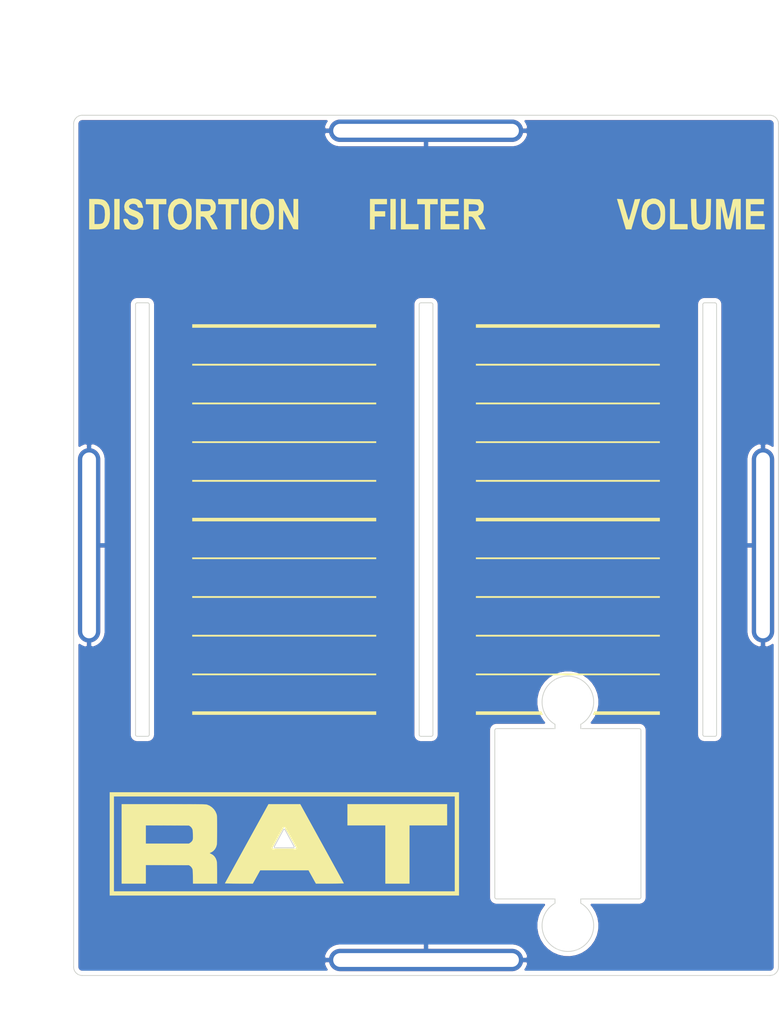
<source format=kicad_pcb>
(kicad_pcb (version 20171130) (host pcbnew "(5.1.6)-1")

  (general
    (thickness 1.6)
    (drawings 124)
    (tracks 0)
    (zones 0)
    (modules 6)
    (nets 2)
  )

  (page A4)
  (layers
    (0 F.Cu signal)
    (31 B.Cu signal)
    (32 B.Adhes user)
    (33 F.Adhes user)
    (34 B.Paste user)
    (35 F.Paste user)
    (36 B.SilkS user)
    (37 F.SilkS user)
    (38 B.Mask user)
    (39 F.Mask user)
    (40 Dwgs.User user)
    (41 Cmts.User user)
    (42 Eco1.User user)
    (43 Eco2.User user)
    (44 Edge.Cuts user)
    (45 Margin user)
    (46 B.CrtYd user)
    (47 F.CrtYd user)
    (48 B.Fab user)
    (49 F.Fab user)
  )

  (setup
    (last_trace_width 0.25)
    (user_trace_width 0.3)
    (user_trace_width 0.4)
    (user_trace_width 0.5)
    (user_trace_width 0.75)
    (user_trace_width 1)
    (user_trace_width 2)
    (user_trace_width 3)
    (trace_clearance 0.2)
    (zone_clearance 0.508)
    (zone_45_only no)
    (trace_min 0.2)
    (via_size 0.8)
    (via_drill 0.4)
    (via_min_size 0.4)
    (via_min_drill 0.3)
    (uvia_size 0.3)
    (uvia_drill 0.1)
    (uvias_allowed no)
    (uvia_min_size 0.2)
    (uvia_min_drill 0.1)
    (edge_width 0.1)
    (segment_width 0.2)
    (pcb_text_width 0.3)
    (pcb_text_size 1.5 1.5)
    (mod_edge_width 0.15)
    (mod_text_size 1 1)
    (mod_text_width 0.15)
    (pad_size 2.6 22.6)
    (pad_drill 1.6)
    (pad_to_mask_clearance 0.05)
    (aux_axis_origin 140 66.4)
    (grid_origin 140 66.4)
    (visible_elements 7FFFFFFF)
    (pcbplotparams
      (layerselection 0x010f0_ffffffff)
      (usegerberextensions true)
      (usegerberattributes false)
      (usegerberadvancedattributes false)
      (creategerberjobfile false)
      (excludeedgelayer true)
      (linewidth 0.100000)
      (plotframeref false)
      (viasonmask false)
      (mode 1)
      (useauxorigin true)
      (hpglpennumber 1)
      (hpglpenspeed 20)
      (hpglpendiameter 15.000000)
      (psnegative false)
      (psa4output false)
      (plotreference true)
      (plotvalue true)
      (plotinvisibletext false)
      (padsonsilk false)
      (subtractmaskfromsilk true)
      (outputformat 1)
      (mirror false)
      (drillshape 0)
      (scaleselection 1)
      (outputdirectory "rat_top/"))
  )

  (net 0 "")
  (net 1 GND)

  (net_class Default "これはデフォルトのネット クラスです。"
    (clearance 0.2)
    (trace_width 0.25)
    (via_dia 0.8)
    (via_drill 0.4)
    (uvia_dia 0.3)
    (uvia_drill 0.1)
    (add_net GND)
  )

  (module myFoot:my_SmallPad_0-8mmDrill locked (layer F.Cu) (tedit 5F7C6399) (tstamp 5F7B13D8)
    (at 140 68.2 270)
    (fp_text reference * (at 0 -2.54 90) (layer F.SilkS) hide
      (effects (font (size 0.67 0.67) (thickness 0.127)))
    )
    (fp_text value s (at 0 2.54 90) (layer F.SilkS) hide
      (effects (font (size 0.67 0.67) (thickness 0.127)))
    )
    (pad 1 thru_hole oval (at 0 0 270) (size 2.6 22.6) (drill oval 1.6 21.6) (layers *.Cu *.Mask)
      (net 1 GND))
  )

  (module myFoot:rat_logo locked (layer F.Cu) (tedit 0) (tstamp 5F7B0B86)
    (at 123.5 151.1)
    (fp_text reference G*** (at 0 0) (layer F.SilkS) hide
      (effects (font (size 1.524 1.524) (thickness 0.3)))
    )
    (fp_text value LOGO (at 0.75 0) (layer F.SilkS) hide
      (effects (font (size 1.524 1.524) (thickness 0.3)))
    )
    (fp_poly (pts (xy 20.33388 6.003005) (xy -20.29918 6.003005) (xy -20.29918 -5.517213) (xy -19.813388 -5.517213)
      (xy -19.813388 5.517213) (xy 19.848087 5.517213) (xy 19.848087 -5.517213) (xy -19.813388 -5.517213)
      (xy -20.29918 -5.517213) (xy -20.29918 -6.003005) (xy 20.33388 -6.003005) (xy 20.33388 6.003005)) (layer F.SilkS) (width 0.01))
    (fp_poly (pts (xy -13.357196 -4.614967) (xy -12.738115 -4.61476) (xy -12.181536 -4.614369) (xy -11.68401 -4.613757)
      (xy -11.242088 -4.612885) (xy -10.852322 -4.611718) (xy -10.511264 -4.610216) (xy -10.215464 -4.608344)
      (xy -9.961474 -4.606062) (xy -9.745845 -4.603333) (xy -9.56513 -4.600121) (xy -9.415878 -4.596388)
      (xy -9.294643 -4.592095) (xy -9.197974 -4.587206) (xy -9.122424 -4.581682) (xy -9.064544 -4.575488)
      (xy -9.020885 -4.568584) (xy -8.987999 -4.560933) (xy -8.984782 -4.560013) (xy -8.688682 -4.438575)
      (xy -8.419905 -4.259607) (xy -8.188228 -4.032724) (xy -8.003426 -3.767542) (xy -7.875278 -3.473673)
      (xy -7.873117 -3.466789) (xy -7.857529 -3.412369) (xy -7.844604 -3.353859) (xy -7.834094 -3.284509)
      (xy -7.825754 -3.197565) (xy -7.819336 -3.086278) (xy -7.814594 -2.943895) (xy -7.811281 -2.763665)
      (xy -7.809151 -2.538836) (xy -7.807957 -2.262658) (xy -7.807452 -1.928378) (xy -7.807377 -1.667218)
      (xy -7.808164 -1.300755) (xy -7.810437 -0.962003) (xy -7.814067 -0.657507) (xy -7.818924 -0.393813)
      (xy -7.824878 -0.177468) (xy -7.831799 -0.015016) (xy -7.839557 0.086997) (xy -7.8426 0.108037)
      (xy -7.923091 0.373829) (xy -8.054794 0.611143) (xy -8.229287 0.808962) (xy -8.438151 0.956269)
      (xy -8.520436 0.994937) (xy -8.610251 1.035141) (xy -8.665823 1.066314) (xy -8.674603 1.075683)
      (xy -8.645544 1.09774) (xy -8.571603 1.1344) (xy -8.520436 1.156429) (xy -8.299752 1.283464)
      (xy -8.112017 1.464625) (xy -7.965136 1.689317) (xy -7.867011 1.946944) (xy -7.841558 2.066538)
      (xy -7.833401 2.151012) (xy -7.82594 2.294898) (xy -7.819423 2.488211) (xy -7.814096 2.720965)
      (xy -7.810204 2.983176) (xy -7.807995 3.264858) (xy -7.807578 3.443921) (xy -7.807377 4.615027)
      (xy -10.612442 4.615027) (xy -10.623912 3.808265) (xy -10.627924 3.549402) (xy -10.632311 3.349776)
      (xy -10.638053 3.199226) (xy -10.646126 3.087592) (xy -10.65751 3.004715) (xy -10.673181 2.940435)
      (xy -10.694119 2.884591) (xy -10.71766 2.834391) (xy -10.826293 2.674415) (xy -10.940653 2.574145)
      (xy -11.081369 2.481011) (xy -13.590958 2.471669) (xy -16.100547 2.462328) (xy -16.100547 4.615027)
      (xy -18.911202 4.615027) (xy -18.911202 -0.034699) (xy -16.100547 -0.034699) (xy -11.082713 -0.034699)
      (xy -10.921391 -0.137007) (xy -10.774064 -0.260373) (xy -10.685535 -0.385412) (xy -10.657097 -0.446385)
      (xy -10.637418 -0.507898) (xy -10.625307 -0.583161) (xy -10.619574 -0.685382) (xy -10.619027 -0.827772)
      (xy -10.622476 -1.023539) (xy -10.623593 -1.072517) (xy -10.629484 -1.284315) (xy -10.637018 -1.440516)
      (xy -10.648036 -1.554924) (xy -10.664379 -1.641339) (xy -10.687889 -1.713566) (xy -10.718061 -1.780637)
      (xy -10.827374 -1.941833) (xy -10.940653 -2.040883) (xy -11.081369 -2.134016) (xy -16.100547 -2.1527)
      (xy -16.100547 -0.034699) (xy -18.911202 -0.034699) (xy -18.911202 -4.615027) (xy -14.042227 -4.615027)
      (xy -13.357196 -4.614967)) (layer F.SilkS) (width 0.01))
    (fp_poly (pts (xy 4.394503 -0.029155) (xy 4.68298 0.494195) (xy 4.962317 1.00107) (xy 5.230677 1.488129)
      (xy 5.486223 1.952034) (xy 5.727116 2.389443) (xy 5.95152 2.797019) (xy 6.157596 3.171422)
      (xy 6.343507 3.509312) (xy 6.507414 3.807349) (xy 6.647482 4.062195) (xy 6.761871 4.27051)
      (xy 6.848744 4.428955) (xy 6.906264 4.534189) (xy 6.932592 4.582875) (xy 6.934107 4.585872)
      (xy 6.902921 4.591749) (xy 6.809048 4.597229) (xy 6.659201 4.602193) (xy 6.460093 4.606518)
      (xy 6.218434 4.610086) (xy 5.940938 4.612773) (xy 5.634317 4.614461) (xy 5.31474 4.615027)
      (xy 3.683806 4.615027) (xy 3.255001 3.842964) (xy 2.826196 3.070902) (xy -2.791497 3.070902)
      (xy -3.220302 3.842964) (xy -3.649107 4.615027) (xy -5.280041 4.615027) (xy -5.608539 4.614428)
      (xy -5.914436 4.612711) (xy -6.19102 4.609997) (xy -6.431578 4.606407) (xy -6.629399 4.602062)
      (xy -6.77777 4.597082) (xy -6.869979 4.591589) (xy -6.899408 4.585872) (xy -6.88162 4.552671)
      (xy -6.832155 4.462039) (xy -6.752851 4.317315) (xy -6.645547 4.12184) (xy -6.512079 3.878952)
      (xy -6.354286 3.591991) (xy -6.174005 3.264296) (xy -5.973073 2.899207) (xy -5.753329 2.500064)
      (xy -5.51661 2.070204) (xy -5.264753 1.612969) (xy -4.999597 1.131698) (xy -4.722979 0.629729)
      (xy -4.670059 0.533716) (xy -1.387978 0.533716) (xy -1.354496 0.538371) (xy -1.258914 0.54268)
      (xy -1.108534 0.54653) (xy -0.910655 0.549809) (xy -0.672576 0.552407) (xy -0.401597 0.554211)
      (xy -0.105019 0.55511) (xy 0.01735 0.555191) (xy 0.322015 0.554707) (xy 0.603958 0.553323)
      (xy 0.85588 0.551146) (xy 1.070481 0.548281) (xy 1.240461 0.544835) (xy 1.35852 0.540912)
      (xy 1.417358 0.536618) (xy 1.422677 0.534847) (xy 1.406239 0.501368) (xy 1.359825 0.415301)
      (xy 1.28779 0.284368) (xy 1.194488 0.116296) (xy 1.084272 -0.081193) (xy 0.961497 -0.300373)
      (xy 0.830515 -0.53352) (xy 0.695681 -0.77291) (xy 0.561348 -1.010817) (xy 0.431871 -1.239518)
      (xy 0.311602 -1.451288) (xy 0.204897 -1.638403) (xy 0.116108 -1.793137) (xy 0.049589 -1.907768)
      (xy 0.009694 -1.974569) (xy 0.00059 -1.988224) (xy -0.019141 -1.963423) (xy -0.067488 -1.885146)
      (xy -0.140232 -1.761056) (xy -0.233155 -1.598815) (xy -0.342036 -1.406087) (xy -0.462657 -1.190534)
      (xy -0.590798 -0.95982) (xy -0.72224 -0.721608) (xy -0.852765 -0.483561) (xy -0.978152 -0.253341)
      (xy -1.094182 -0.038612) (xy -1.196637 0.152963) (xy -1.281297 0.313722) (xy -1.343942 0.436)
      (xy -1.380355 0.512136) (xy -1.387978 0.533716) (xy -4.670059 0.533716) (xy -4.436736 0.110403)
      (xy -4.359804 -0.029155) (xy -1.831767 -4.615027) (xy 1.866466 -4.615027) (xy 4.394503 -0.029155)) (layer F.SilkS) (width 0.01))
    (fp_poly (pts (xy 18.945901 -2.151366) (xy 14.57377 -2.151366) (xy 14.57377 4.615027) (xy 11.763115 4.615027)
      (xy 11.763115 -2.151366) (xy 7.356284 -2.151366) (xy 7.356284 -4.615027) (xy 18.945901 -4.615027)
      (xy 18.945901 -2.151366)) (layer F.SilkS) (width 0.01))
  )

  (module myFoot:rat_label1 locked (layer F.Cu) (tedit 0) (tstamp 5F7AA77A)
    (at 140 77.9)
    (fp_text reference G*** (at 0 0) (layer F.SilkS) hide
      (effects (font (size 1.524 1.524) (thickness 0.3)))
    )
    (fp_text value LOGO (at 0.75 0) (layer F.SilkS) hide
      (effects (font (size 1.524 1.524) (thickness 0.3)))
    )
    (fp_poly (pts (xy 39.32246 -1.154546) (xy 37.760428 -1.154546) (xy 37.760428 -0.339573) (xy 39.254545 -0.339573)
      (xy 39.254545 0.203743) (xy 37.760428 0.203743) (xy 37.760428 1.154545) (xy 39.390374 1.154545)
      (xy 39.390374 1.765775) (xy 37.217112 1.765775) (xy 37.217112 -1.765776) (xy 39.32246 -1.765776)
      (xy 39.32246 -1.154546)) (layer F.SilkS) (width 0.01))
    (fp_poly (pts (xy 34.437199 -1.75903) (xy 34.57956 -1.733621) (xy 34.648322 -1.681793) (xy 34.663751 -1.646925)
      (xy 34.690227 -1.54047) (xy 34.738344 -1.328025) (xy 34.802143 -1.036597) (xy 34.875662 -0.693192)
      (xy 34.9073 -0.543316) (xy 34.983228 -0.188095) (xy 35.052398 0.124503) (xy 35.108779 0.368032)
      (xy 35.146341 0.516043) (xy 35.155037 0.543315) (xy 35.182045 0.516021) (xy 35.2306 0.375224)
      (xy 35.295165 0.140524) (xy 35.370204 -0.16848) (xy 35.423619 -0.407487) (xy 35.504353 -0.779347)
      (xy 35.577417 -1.113784) (xy 35.636911 -1.383948) (xy 35.676933 -1.562988) (xy 35.688527 -1.612968)
      (xy 35.721346 -1.695899) (xy 35.791076 -1.741912) (xy 35.930965 -1.761655) (xy 36.165732 -1.765776)
      (xy 36.605882 -1.765776) (xy 36.605882 1.765775) (xy 36.065379 1.765775) (xy 36.046994 0.390508)
      (xy 36.028609 -0.98476) (xy 35.770346 0.271657) (xy 35.671442 0.755271) (xy 35.595482 1.122221)
      (xy 35.53612 1.388479) (xy 35.487006 1.570013) (xy 35.441793 1.682794) (xy 35.394131 1.742792)
      (xy 35.337674 1.765976) (xy 35.266071 1.768315) (xy 35.176396 1.765775) (xy 34.995437 1.751545)
      (xy 34.906176 1.694538) (xy 34.874383 1.612968) (xy 34.84959 1.498269) (xy 34.803387 1.275316)
      (xy 34.740874 0.969074) (xy 34.667151 0.604504) (xy 34.601477 0.277362) (xy 34.5233 -0.106022)
      (xy 34.452128 -0.441441) (xy 34.392855 -0.706889) (xy 34.350378 -0.880359) (xy 34.330794 -0.939438)
      (xy 34.320527 -0.885511) (xy 34.311503 -0.715339) (xy 34.304222 -0.448504) (xy 34.299182 -0.104587)
      (xy 34.296881 0.296829) (xy 34.296791 0.396167) (xy 34.296791 1.765775) (xy 33.753476 1.765775)
      (xy 33.753476 -1.765776) (xy 34.190343 -1.765776) (xy 34.437199 -1.75903)) (layer F.SilkS) (width 0.01))
    (fp_poly (pts (xy 28.931551 1.154545) (xy 30.425668 1.154545) (xy 30.425668 1.765775) (xy 28.388235 1.765775)
      (xy 28.388235 -1.765776) (xy 28.931551 -1.765776) (xy 28.931551 1.154545)) (layer F.SilkS) (width 0.01))
    (fp_poly (pts (xy 24.821711 -1.446815) (xy 24.77335 -1.284686) (xy 24.694146 -1.016744) (xy 24.591331 -0.667561)
      (xy 24.472137 -0.261709) (xy 24.343794 0.176242) (xy 24.300967 0.322593) (xy 23.878799 1.765775)
      (xy 23.249412 1.765775) (xy 22.856303 0.424465) (xy 22.728115 -0.013193) (xy 22.604391 -0.436116)
      (xy 22.493407 -0.815978) (xy 22.403437 -1.12445) (xy 22.342759 -1.333205) (xy 22.339381 -1.344878)
      (xy 22.215568 -1.77291) (xy 22.533735 -1.752364) (xy 22.851901 -1.731819) (xy 23.192127 -0.529987)
      (xy 23.302233 -0.14643) (xy 23.401911 0.190701) (xy 23.484621 0.460089) (xy 23.543824 0.640417)
      (xy 23.572496 0.709978) (xy 23.601851 0.659959) (xy 23.659695 0.498005) (xy 23.739925 0.243528)
      (xy 23.836437 -0.084058) (xy 23.943127 -0.465338) (xy 23.950361 -0.491853) (xy 24.288081 -1.731819)
      (xy 24.604185 -1.75243) (xy 24.920289 -1.773042) (xy 24.821711 -1.446815)) (layer F.SilkS) (width 0.01))
    (fp_poly (pts (xy 5.330053 -1.755461) (xy 6.245667 -1.731819) (xy 6.464271 -1.513139) (xy 6.589656 -1.370831)
      (xy 6.659985 -1.228214) (xy 6.69481 -1.033296) (xy 6.706889 -0.867952) (xy 6.684223 -0.474857)
      (xy 6.568845 -0.173058) (xy 6.363481 0.031796) (xy 6.244767 0.089971) (xy 6.089607 0.161865)
      (xy 6.059282 0.234538) (xy 6.14703 0.342415) (xy 6.187801 0.379982) (xy 6.262922 0.477621)
      (xy 6.377329 0.659644) (xy 6.513487 0.894024) (xy 6.653861 1.14874) (xy 6.780917 1.391768)
      (xy 6.877118 1.591082) (xy 6.924931 1.714661) (xy 6.927273 1.730461) (xy 6.866248 1.750856)
      (xy 6.710659 1.763612) (xy 6.597194 1.765775) (xy 6.267116 1.765775) (xy 5.945744 1.160628)
      (xy 5.74982 0.804162) (xy 5.59333 0.554596) (xy 5.460894 0.394554) (xy 5.337129 0.306658)
      (xy 5.206654 0.273532) (xy 5.158852 0.271657) (xy 4.957754 0.271657) (xy 4.957754 1.765775)
      (xy 4.414438 1.765775) (xy 4.414438 -1.154546) (xy 4.957754 -1.154546) (xy 4.957754 -0.339573)
      (xy 5.420174 -0.339573) (xy 5.716454 -0.354593) (xy 5.931941 -0.396147) (xy 6.008766 -0.431831)
      (xy 6.110283 -0.583552) (xy 6.134937 -0.747059) (xy 6.104578 -0.93556) (xy 6.001222 -1.059185)
      (xy 5.806448 -1.128434) (xy 5.50184 -1.153808) (xy 5.420174 -1.154546) (xy 4.957754 -1.154546)
      (xy 4.414438 -1.154546) (xy 4.414438 -1.779103) (xy 5.330053 -1.755461)) (layer F.SilkS) (width 0.01))
    (fp_poly (pts (xy 3.803208 -1.154546) (xy 2.241176 -1.154546) (xy 2.241176 -0.339573) (xy 3.735294 -0.339573)
      (xy 3.735294 0.203743) (xy 2.241176 0.203743) (xy 2.241176 1.154545) (xy 3.871123 1.154545)
      (xy 3.871123 1.765775) (xy 1.697861 1.765775) (xy 1.697861 -1.765776) (xy 3.803208 -1.765776)
      (xy 3.803208 -1.154546)) (layer F.SilkS) (width 0.01))
    (fp_poly (pts (xy 1.358289 -1.154546) (xy 0.475401 -1.154546) (xy 0.475401 1.765775) (xy -0.135829 1.765775)
      (xy -0.135829 -1.154546) (xy -1.018717 -1.154546) (xy -1.018717 -1.765776) (xy 1.358289 -1.765776)
      (xy 1.358289 -1.154546)) (layer F.SilkS) (width 0.01))
    (fp_poly (pts (xy -2.377005 1.154545) (xy -0.882888 1.154545) (xy -0.882888 1.765775) (xy -2.920321 1.765775)
      (xy -2.920321 -1.765776) (xy -2.377005 -1.765776) (xy -2.377005 1.154545)) (layer F.SilkS) (width 0.01))
    (fp_poly (pts (xy -3.531551 1.765775) (xy -4.142781 1.765775) (xy -4.142781 -1.765776) (xy -3.531551 -1.765776)
      (xy -3.531551 1.765775)) (layer F.SilkS) (width 0.01))
    (fp_poly (pts (xy -4.550268 -1.154546) (xy -5.976471 -1.154546) (xy -5.976471 -0.339573) (xy -4.754011 -0.339573)
      (xy -4.754011 0.271657) (xy -5.976471 0.271657) (xy -5.976471 1.765775) (xy -6.519786 1.765775)
      (xy -6.519786 -1.765776) (xy -4.550268 -1.765776) (xy -4.550268 -1.154546)) (layer F.SilkS) (width 0.01))
    (fp_poly (pts (xy -15.997839 -0.628209) (xy -15.423769 0.509358) (xy -15.420173 -0.628209) (xy -15.416578 -1.765776)
      (xy -14.873262 -1.765776) (xy -14.873262 1.773585) (xy -15.155525 1.752701) (xy -15.437788 1.731818)
      (xy -16.021434 0.61123) (xy -16.60508 -0.509359) (xy -16.642322 1.765775) (xy -17.114439 1.765775)
      (xy -17.114439 -1.765776) (xy -16.571908 -1.765776) (xy -15.997839 -0.628209)) (layer F.SilkS) (width 0.01))
    (fp_poly (pts (xy -20.849733 1.765775) (xy -21.460963 1.765775) (xy -21.460963 -1.765776) (xy -20.849733 -1.765776)
      (xy -20.849733 1.765775)) (layer F.SilkS) (width 0.01))
    (fp_poly (pts (xy -21.800535 -1.154546) (xy -22.683423 -1.154546) (xy -22.683423 1.765775) (xy -23.294653 1.765775)
      (xy -23.294653 -1.154546) (xy -24.17754 -1.154546) (xy -24.17754 -1.765776) (xy -21.800535 -1.765776)
      (xy -21.800535 -1.154546)) (layer F.SilkS) (width 0.01))
    (fp_poly (pts (xy -25.842674 -1.755461) (xy -24.92706 -1.731819) (xy -24.708456 -1.513139) (xy -24.583071 -1.370831)
      (xy -24.512742 -1.228214) (xy -24.477918 -1.033296) (xy -24.465838 -0.867952) (xy -24.488505 -0.474857)
      (xy -24.603882 -0.173058) (xy -24.809246 0.031796) (xy -24.92796 0.089971) (xy -25.08312 0.161865)
      (xy -25.113446 0.234538) (xy -25.025697 0.342415) (xy -24.984926 0.379982) (xy -24.909805 0.477621)
      (xy -24.795398 0.659644) (xy -24.65924 0.894024) (xy -24.518866 1.14874) (xy -24.39181 1.391768)
      (xy -24.295609 1.591082) (xy -24.247796 1.714661) (xy -24.245455 1.730461) (xy -24.306479 1.750856)
      (xy -24.462068 1.763612) (xy -24.575533 1.765775) (xy -24.905611 1.765775) (xy -25.226984 1.160628)
      (xy -25.422908 0.804162) (xy -25.579397 0.554596) (xy -25.711833 0.394554) (xy -25.835598 0.306658)
      (xy -25.966073 0.273532) (xy -26.013876 0.271657) (xy -26.214973 0.271657) (xy -26.214973 1.765775)
      (xy -26.758289 1.765775) (xy -26.758289 -1.154546) (xy -26.214973 -1.154546) (xy -26.214973 -0.339573)
      (xy -25.752553 -0.339573) (xy -25.456273 -0.354593) (xy -25.240787 -0.396147) (xy -25.163961 -0.431831)
      (xy -25.064286 -0.578443) (xy -25.038357 -0.777517) (xy -25.086176 -0.967447) (xy -25.163961 -1.062287)
      (xy -25.314483 -1.1173) (xy -25.566049 -1.148955) (xy -25.752553 -1.154546) (xy -26.214973 -1.154546)
      (xy -26.758289 -1.154546) (xy -26.758289 -1.779103) (xy -25.842674 -1.755461)) (layer F.SilkS) (width 0.01))
    (fp_poly (pts (xy -30.221925 -1.154546) (xy -31.104813 -1.154546) (xy -31.104813 1.765775) (xy -31.716043 1.765775)
      (xy -31.716043 -1.154546) (xy -32.598931 -1.154546) (xy -32.598931 -1.765776) (xy -30.221925 -1.765776)
      (xy -30.221925 -1.154546)) (layer F.SilkS) (width 0.01))
    (fp_poly (pts (xy -35.65508 1.765775) (xy -36.26631 1.765775) (xy -36.26631 -1.765776) (xy -35.65508 -1.765776)
      (xy -35.65508 1.765775)) (layer F.SilkS) (width 0.01))
    (fp_poly (pts (xy -38.044153 -1.755019) (xy -37.72381 -1.717274) (xy -37.482645 -1.644331) (xy -37.292987 -1.527979)
      (xy -37.134885 -1.369249) (xy -36.968916 -1.127778) (xy -36.859216 -0.850562) (xy -36.797701 -0.506759)
      (xy -36.776287 -0.065523) (xy -36.776027 0) (xy -36.792862 0.456031) (xy -36.848758 0.810656)
      (xy -36.951796 1.09472) (xy -37.110062 1.339065) (xy -37.134885 1.369248) (xy -37.301214 1.534589)
      (xy -37.492688 1.6487) (xy -37.736978 1.71979) (xy -38.061758 1.756072) (xy -38.471348 1.765775)
      (xy -39.186631 1.765775) (xy -39.186631 -1.154546) (xy -38.575401 -1.154546) (xy -38.575401 1.154545)
      (xy -38.183026 1.154545) (xy -37.891687 1.132942) (xy -37.68144 1.073306) (xy -37.64235 1.050671)
      (xy -37.493778 0.865775) (xy -37.398074 0.557002) (xy -37.355617 0.12575) (xy -37.35332 -0.01916)
      (xy -37.383366 -0.454474) (xy -37.478992 -0.776451) (xy -37.647206 -0.994305) (xy -37.895019 -1.117251)
      (xy -38.216983 -1.154546) (xy -38.575401 -1.154546) (xy -39.186631 -1.154546) (xy -39.186631 -1.765776)
      (xy -38.471348 -1.765776) (xy -38.044153 -1.755019)) (layer F.SilkS) (width 0.01))
    (fp_poly (pts (xy 31.457405 -0.401359) (xy 31.464995 0.061707) (xy 31.473122 0.408152) (xy 31.484113 0.657176)
      (xy 31.500299 0.827975) (xy 31.524007 0.939747) (xy 31.557568 1.011689) (xy 31.603311 1.062999)
      (xy 31.638673 1.092759) (xy 31.865491 1.199205) (xy 32.129718 1.214761) (xy 32.324594 1.155979)
      (xy 32.416413 1.081738) (xy 32.486284 0.959159) (xy 32.536808 0.77202) (xy 32.570589 0.504103)
      (xy 32.59023 0.139187) (xy 32.598334 -0.338949) (xy 32.59893 -0.55345) (xy 32.59893 -1.765776)
      (xy 33.151743 -1.765776) (xy 33.130016 -0.27645) (xy 33.12205 0.214447) (xy 33.113139 0.588533)
      (xy 33.101447 0.864825) (xy 33.085136 1.062338) (xy 33.06237 1.200089) (xy 33.031311 1.297092)
      (xy 32.990122 1.372365) (xy 32.967632 1.404432) (xy 32.71681 1.636736) (xy 32.385965 1.781301)
      (xy 32.004697 1.830593) (xy 31.602605 1.777075) (xy 31.555938 1.763859) (xy 31.360453 1.676761)
      (xy 31.223971 1.582932) (xy 31.115739 1.471181) (xy 31.03175 1.339866) (xy 30.968435 1.170279)
      (xy 30.922225 0.943713) (xy 30.889552 0.64146) (xy 30.866849 0.244812) (xy 30.850546 -0.264937)
      (xy 30.847546 -0.390508) (xy 30.81605 -1.765776) (xy 31.436468 -1.765776) (xy 31.457405 -0.401359)) (layer F.SilkS) (width 0.01))
    (fp_poly (pts (xy 26.702157 -1.806454) (xy 27.071304 -1.671336) (xy 27.396139 -1.422033) (xy 27.657756 -1.065572)
      (xy 27.664764 -1.052674) (xy 27.730321 -0.912337) (xy 27.773149 -0.760949) (xy 27.797808 -0.565676)
      (xy 27.808857 -0.293687) (xy 27.810962 0) (xy 27.807518 0.356385) (xy 27.794135 0.609878)
      (xy 27.766243 0.793311) (xy 27.719271 0.939514) (xy 27.664375 1.052673) (xy 27.403546 1.416955)
      (xy 27.082032 1.672381) (xy 26.717128 1.812192) (xy 26.326126 1.829627) (xy 25.943315 1.725413)
      (xy 25.590201 1.501694) (xy 25.324447 1.177138) (xy 25.148968 0.757296) (xy 25.066678 0.247716)
      (xy 25.060428 0.043736) (xy 25.076338 -0.15996) (xy 25.678106 -0.15996) (xy 25.678861 0.17692)
      (xy 25.709182 0.485645) (xy 25.765299 0.70388) (xy 25.940843 0.984906) (xy 26.173433 1.157179)
      (xy 26.439811 1.214434) (xy 26.716718 1.150407) (xy 26.921609 1.015283) (xy 27.115956 0.76105)
      (xy 27.238363 0.42318) (xy 27.285202 0.035434) (xy 27.252844 -0.368423) (xy 27.137662 -0.75463)
      (xy 27.116788 -0.800987) (xy 26.941141 -1.041412) (xy 26.708507 -1.178292) (xy 26.447344 -1.213671)
      (xy 26.186106 -1.149595) (xy 25.953251 -0.988107) (xy 25.777233 -0.731252) (xy 25.765299 -0.70388)
      (xy 25.706919 -0.471418) (xy 25.678106 -0.15996) (xy 25.076338 -0.15996) (xy 25.104976 -0.526583)
      (xy 25.238116 -0.997082) (xy 25.459093 -1.366196) (xy 25.767149 -1.632362) (xy 25.906549 -1.706034)
      (xy 26.307603 -1.820362) (xy 26.702157 -1.806454)) (layer F.SilkS) (width 0.01))
    (fp_poly (pts (xy -18.800517 -1.806454) (xy -18.43137 -1.671336) (xy -18.106535 -1.422033) (xy -17.844918 -1.065572)
      (xy -17.83791 -1.052674) (xy -17.772353 -0.912337) (xy -17.729525 -0.760949) (xy -17.704866 -0.565676)
      (xy -17.693817 -0.293687) (xy -17.691711 0) (xy -17.695156 0.356385) (xy -17.708539 0.609878)
      (xy -17.73643 0.793311) (xy -17.783403 0.939514) (xy -17.838299 1.052673) (xy -18.099128 1.416955)
      (xy -18.420641 1.672381) (xy -18.785546 1.812192) (xy -19.176548 1.829627) (xy -19.559358 1.725413)
      (xy -19.912473 1.501694) (xy -20.178227 1.177138) (xy -20.353705 0.757296) (xy -20.435995 0.247716)
      (xy -20.442246 0.043736) (xy -20.43883 0) (xy -19.831016 0) (xy -19.801657 0.428171)
      (xy -19.708852 0.753125) (xy -19.545505 0.99523) (xy -19.456558 1.075228) (xy -19.195426 1.205791)
      (xy -18.921875 1.203789) (xy -18.648804 1.070104) (xy -18.581064 1.015283) (xy -18.386717 0.76105)
      (xy -18.264311 0.42318) (xy -18.217472 0.035434) (xy -18.24983 -0.368423) (xy -18.365012 -0.75463)
      (xy -18.385885 -0.800987) (xy -18.561297 -1.034707) (xy -18.80355 -1.176121) (xy -19.077052 -1.216112)
      (xy -19.346212 -1.145564) (xy -19.456558 -1.075229) (xy -19.650856 -0.861185) (xy -19.771707 -0.572641)
      (xy -19.826205 -0.189224) (xy -19.831016 0) (xy -20.43883 0) (xy -20.397698 -0.526583)
      (xy -20.264557 -0.997082) (xy -20.043581 -1.366196) (xy -19.735525 -1.632362) (xy -19.596125 -1.706034)
      (xy -19.195071 -1.820362) (xy -18.800517 -1.806454)) (layer F.SilkS) (width 0.01))
    (fp_poly (pts (xy -28.376453 -1.806454) (xy -28.007306 -1.671336) (xy -27.682471 -1.422033) (xy -27.420854 -1.065572)
      (xy -27.413845 -1.052674) (xy -27.348289 -0.912337) (xy -27.305461 -0.760949) (xy -27.280802 -0.565676)
      (xy -27.269752 -0.293687) (xy -27.267647 0) (xy -27.271092 0.356385) (xy -27.284474 0.609878)
      (xy -27.312366 0.793311) (xy -27.359339 0.939514) (xy -27.414235 1.052673) (xy -27.675064 1.416955)
      (xy -27.996577 1.672381) (xy -28.361482 1.812192) (xy -28.752483 1.829627) (xy -29.135294 1.725413)
      (xy -29.488409 1.501694) (xy -29.754163 1.177138) (xy -29.929641 0.757296) (xy -30.011931 0.247716)
      (xy -30.018182 0.043736) (xy -30.002272 -0.15996) (xy -29.400503 -0.15996) (xy -29.399749 0.17692)
      (xy -29.369428 0.485645) (xy -29.31331 0.70388) (xy -29.137766 0.984906) (xy -28.905176 1.157179)
      (xy -28.638799 1.214434) (xy -28.361891 1.150407) (xy -28.157 1.015283) (xy -27.962653 0.76105)
      (xy -27.840246 0.42318) (xy -27.793408 0.035434) (xy -27.825765 -0.368423) (xy -27.940948 -0.75463)
      (xy -27.961821 -0.800987) (xy -28.137469 -1.041412) (xy -28.370102 -1.178292) (xy -28.631266 -1.213671)
      (xy -28.892503 -1.149595) (xy -29.125359 -0.988107) (xy -29.301376 -0.731252) (xy -29.31331 -0.70388)
      (xy -29.37169 -0.471418) (xy -29.400503 -0.15996) (xy -30.002272 -0.15996) (xy -29.973634 -0.526583)
      (xy -29.840493 -0.997082) (xy -29.619517 -1.366196) (xy -29.311461 -1.632362) (xy -29.172061 -1.706034)
      (xy -28.771007 -1.820362) (xy -28.376453 -1.806454)) (layer F.SilkS) (width 0.01))
    (fp_poly (pts (xy -33.787575 -1.795415) (xy -33.503301 -1.701707) (xy -33.249972 -1.534767) (xy -33.078178 -1.289496)
      (xy -32.975243 -0.967781) (xy -32.927711 -0.747059) (xy -33.238722 -0.747059) (xy -33.442108 -0.759948)
      (xy -33.53593 -0.803915) (xy -33.549733 -0.848931) (xy -33.609242 -1.017465) (xy -33.762703 -1.140578)
      (xy -33.972515 -1.206668) (xy -34.201077 -1.20413) (xy -34.410789 -1.121359) (xy -34.417509 -1.116738)
      (xy -34.554068 -0.971035) (xy -34.559056 -0.82285) (xy -34.436507 -0.677563) (xy -34.19045 -0.540555)
      (xy -33.911866 -0.441852) (xy -33.479452 -0.26166) (xy -33.158535 -0.016184) (xy -32.95396 0.285392)
      (xy -32.870572 0.633887) (xy -32.913217 1.020116) (xy -33.005615 1.275689) (xy -33.145267 1.504566)
      (xy -33.342957 1.65647) (xy -33.428589 1.698663) (xy -33.745829 1.794557) (xy -34.094238 1.824983)
      (xy -34.411468 1.78649) (xy -34.499138 1.757895) (xy -34.780477 1.576015) (xy -35.008382 1.288257)
      (xy -35.165028 0.919818) (xy -35.202135 0.764037) (xy -35.22205 0.622604) (xy -35.186745 0.559868)
      (xy -35.063097 0.543827) (xy -34.973688 0.543315) (xy -34.79587 0.555044) (xy -34.694565 0.614781)
      (xy -34.617076 0.759354) (xy -34.598173 0.80575) (xy -34.456081 1.022882) (xy -34.255106 1.162415)
      (xy -34.026422 1.223268) (xy -33.8012 1.204362) (xy -33.610614 1.104616) (xy -33.485836 0.922951)
      (xy -33.46445 0.845027) (xy -33.486223 0.64298) (xy -33.635273 0.46312) (xy -33.914474 0.30287)
      (xy -34.17841 0.20434) (xy -34.593635 0.026302) (xy -34.884765 -0.202967) (xy -35.055463 -0.488583)
      (xy -35.109394 -0.835659) (xy -35.088767 -1.066208) (xy -34.977816 -1.364797) (xy -34.767862 -1.596776)
      (xy -34.483265 -1.752381) (xy -34.148383 -1.821848) (xy -33.787575 -1.795415)) (layer F.SilkS) (width 0.01))
  )

  (module myFoot:my_SmallPad_0-8mmDrill locked (layer F.Cu) (tedit 5F7C63B2) (tstamp 5F79E72F)
    (at 140 164.6 270)
    (fp_text reference * (at 0 -2.54 90) (layer F.SilkS) hide
      (effects (font (size 0.67 0.67) (thickness 0.127)))
    )
    (fp_text value s (at 0 2.54 90) (layer F.SilkS) hide
      (effects (font (size 0.67 0.67) (thickness 0.127)))
    )
    (pad 1 thru_hole oval (at 0 0 270) (size 2.6 22.6) (drill oval 1.6 21.6) (layers *.Cu *.Mask)
      (net 1 GND))
  )

  (module myFoot:my_SmallPad_0-8mmDrill locked (layer F.Cu) (tedit 5F7C63AA) (tstamp 5F79E727)
    (at 100.8 116.4)
    (fp_text reference * (at 0 -2.54) (layer F.SilkS) hide
      (effects (font (size 0.67 0.67) (thickness 0.127)))
    )
    (fp_text value s (at 0 2.54) (layer F.SilkS) hide
      (effects (font (size 0.67 0.67) (thickness 0.127)))
    )
    (pad 1 thru_hole oval (at 0 0) (size 2.6 22.6) (drill oval 1.6 21.6) (layers *.Cu *.Mask)
      (net 1 GND))
  )

  (module myFoot:my_SmallPad_0-8mmDrill locked (layer F.Cu) (tedit 5F7C6383) (tstamp 5F79E4F0)
    (at 179.2 116.4)
    (fp_text reference * (at 0 -2.54) (layer F.SilkS) hide
      (effects (font (size 0.67 0.67) (thickness 0.127)))
    )
    (fp_text value s (at 0 2.54) (layer F.SilkS) hide
      (effects (font (size 0.67 0.67) (thickness 0.127)))
    )
    (pad 1 thru_hole oval (at 0 0) (size 2.6 22.6) (drill oval 1.6 21.6) (layers *.Cu *.Mask)
      (net 1 GND))
  )

  (gr_arc (start 107.6 88.4) (end 107.8 88.4) (angle -90) (layer Edge.Cuts) (width 0.1))
  (gr_arc (start 106.4 88.4) (end 106.4 88.2) (angle -90) (layer Edge.Cuts) (width 0.1))
  (gr_arc (start 140.6 88.4) (end 140.8 88.4) (angle -90) (layer Edge.Cuts) (width 0.1))
  (gr_arc (start 139.4 88.4) (end 139.4 88.2) (angle -90) (layer Edge.Cuts) (width 0.1))
  (gr_arc (start 173.6 88.4) (end 173.8 88.4) (angle -90) (layer Edge.Cuts) (width 0.1))
  (gr_arc (start 172.4 88.4) (end 172.4 88.2) (angle -90) (layer Edge.Cuts) (width 0.1))
  (gr_arc (start 173.6 138.4) (end 173.6 138.6) (angle -90) (layer Edge.Cuts) (width 0.1))
  (gr_arc (start 172.4 138.4) (end 172.2 138.4) (angle -90) (layer Edge.Cuts) (width 0.1))
  (gr_arc (start 140.6 138.4) (end 140.6 138.6) (angle -90) (layer Edge.Cuts) (width 0.1))
  (gr_arc (start 139.4 138.4) (end 139.2 138.4) (angle -90) (layer Edge.Cuts) (width 0.1))
  (gr_arc (start 107.6 138.4) (end 107.6 138.6) (angle -90) (layer Edge.Cuts) (width 0.1))
  (gr_arc (start 106.4 138.4) (end 106.2 138.4) (angle -90) (layer Edge.Cuts) (width 0.1))
  (gr_line (start 124.653884 151.422361) (end 124.65 151.4) (layer Edge.Cuts) (width 0.1) (tstamp 5F7DC466))
  (gr_line (start 122.408579 151.541421) (end 122.425 151.55) (layer Edge.Cuts) (width 0.1) (tstamp 5F7DC461))
  (gr_arc (start 124.475 151.4) (end 124.574999 151.549999) (angle -49.18491613) (layer Edge.Cuts) (width 0.1))
  (gr_arc (start 122.55 151.4) (end 122.35 151.4) (angle -45) (layer Edge.Cuts) (width 0.1))
  (gr_arc (start 123.5 149.525) (end 123.574999 149.425) (angle -73.73979529) (layer Edge.Cuts) (width 0.1))
  (gr_arc (start 148.2 157.3) (end 148 157.3) (angle -90) (layer Edge.Cuts) (width 0.1))
  (gr_arc (start 164.8 157.3) (end 164.8 157.5) (angle -90) (layer Edge.Cuts) (width 0.1))
  (gr_arc (start 164.8 137.9) (end 165 137.9) (angle -90) (layer Edge.Cuts) (width 0.1))
  (gr_arc (start 148.2 137.9) (end 148.2 137.7) (angle -90) (layer Edge.Cuts) (width 0.1))
  (gr_poly (pts (xy 134.2 131.5) (xy 112.8 131.5) (xy 112.8 131.3) (xy 134.2 131.3)) (layer F.SilkS) (width 0.01) (tstamp 5F7BE2D0))
  (gr_poly (pts (xy 134.2 95.5) (xy 112.8 95.5) (xy 112.8 95.3) (xy 134.2 95.3)) (layer F.SilkS) (width 0.01) (tstamp 5F7BE2CF))
  (gr_poly (pts (xy 134.2 109) (xy 112.8 109) (xy 112.8 108.8) (xy 134.2 108.8)) (layer F.SilkS) (width 0.01) (tstamp 5F7BE2CE))
  (gr_poly (pts (xy 134.2 118) (xy 112.8 118) (xy 112.8 117.8) (xy 134.2 117.8)) (layer F.SilkS) (width 0.01) (tstamp 5F7BE2CD))
  (gr_poly (pts (xy 134.2 100) (xy 112.8 100) (xy 112.8 99.8) (xy 134.2 99.8)) (layer F.SilkS) (width 0.01) (tstamp 5F7BE2CC))
  (gr_poly (pts (xy 134.2 104.5) (xy 112.8 104.5) (xy 112.8 104.3) (xy 134.2 104.3)) (layer F.SilkS) (width 0.01) (tstamp 5F7BE2CB))
  (gr_poly (pts (xy 134.2 122.5) (xy 112.8 122.5) (xy 112.8 122.3) (xy 134.2 122.3)) (layer F.SilkS) (width 0.01) (tstamp 5F7BE2CA))
  (gr_poly (pts (xy 134.2 127) (xy 112.8 127) (xy 112.8 126.8) (xy 134.2 126.8)) (layer F.SilkS) (width 0.01) (tstamp 5F7BE2C9))
  (gr_poly (pts (xy 134.2 113.6) (xy 112.8 113.6) (xy 112.8 113.2) (xy 134.2 113.2)) (layer F.SilkS) (width 0.01) (tstamp 5F7BE2C8))
  (dimension 13 (width 0.15) (layer Dwgs.User)
    (gr_text "13.000 mm" (at 94.1 84.4 90) (layer Dwgs.User)
      (effects (font (size 1 1) (thickness 0.15)))
    )
    (feature1 (pts (xy 171.7 77.9) (xy 94.813579 77.9)))
    (feature2 (pts (xy 171.7 90.9) (xy 94.813579 90.9)))
    (crossbar (pts (xy 95.4 90.9) (xy 95.4 77.9)))
    (arrow1a (pts (xy 95.4 77.9) (xy 95.986421 79.026504)))
    (arrow1b (pts (xy 95.4 77.9) (xy 94.813579 79.026504)))
    (arrow2a (pts (xy 95.4 90.9) (xy 95.986421 89.773496)))
    (arrow2b (pts (xy 95.4 90.9) (xy 94.813579 89.773496)))
  )
  (gr_line (start 124.65 151.4) (end 123.575 149.425) (layer Edge.Cuts) (width 0.1) (tstamp 5F7B1C1F))
  (gr_line (start 122.425 151.55) (end 124.575 151.55) (layer Edge.Cuts) (width 0.1))
  (gr_line (start 123.425 149.425) (end 122.35 151.4) (layer Edge.Cuts) (width 0.1))
  (gr_poly (pts (xy 167.2 131.5) (xy 145.8 131.5) (xy 145.8 131.3) (xy 167.2 131.3)) (layer F.SilkS) (width 0.01) (tstamp 5F7B1A24))
  (gr_poly (pts (xy 167.2 127) (xy 145.8 127) (xy 145.8 126.8) (xy 167.2 126.8)) (layer F.SilkS) (width 0.01) (tstamp 5F7B1A21))
  (gr_poly (pts (xy 167.2 122.5) (xy 145.8 122.5) (xy 145.8 122.3) (xy 167.2 122.3)) (layer F.SilkS) (width 0.01) (tstamp 5F7B1A17))
  (gr_poly (pts (xy 167.2 118) (xy 145.8 118) (xy 145.8 117.8) (xy 167.2 117.8)) (layer F.SilkS) (width 0.01) (tstamp 5F7B1A13))
  (gr_poly (pts (xy 167.2 109) (xy 145.8 109) (xy 145.8 108.8) (xy 167.2 108.8)) (layer F.SilkS) (width 0.01) (tstamp 5F7B1A10))
  (gr_poly (pts (xy 167.2 104.5) (xy 145.8 104.5) (xy 145.8 104.3) (xy 167.2 104.3)) (layer F.SilkS) (width 0.01) (tstamp 5F7B1A0C))
  (gr_poly (pts (xy 167.2 100) (xy 145.8 100) (xy 145.8 99.8) (xy 167.2 99.8)) (layer F.SilkS) (width 0.01) (tstamp 5F7B1A08))
  (gr_poly (pts (xy 167.2 95.5) (xy 145.8 95.5) (xy 145.8 95.3) (xy 167.2 95.3)) (layer F.SilkS) (width 0.01) (tstamp 5F7B1A04))
  (gr_poly (pts (xy 167.2 136.1) (xy 159.4 136.1) (xy 159.6 135.7) (xy 167.2 135.7)) (layer F.SilkS) (width 0.01) (tstamp 5F7B1974))
  (gr_poly (pts (xy 167.2 113.6) (xy 145.8 113.6) (xy 145.8 113.2) (xy 167.2 113.2)) (layer F.SilkS) (width 0.01) (tstamp 5F7B1962))
  (gr_poly (pts (xy 167.2 91.1) (xy 145.8 91.1) (xy 145.8 90.7) (xy 167.2 90.7)) (layer F.SilkS) (width 0.01) (tstamp 5F7B1951))
  (gr_poly (pts (xy 134.2 91.1) (xy 112.8 91.1) (xy 112.8 90.7) (xy 134.2 90.7)) (layer F.SilkS) (width 0.01) (tstamp 5F7B1947))
  (dimension 11.6 (width 0.15) (layer Dwgs.User)
    (gr_text "11.600 mm" (at 107 82.1) (layer Dwgs.User)
      (effects (font (size 1 1) (thickness 0.15)))
    )
    (feature1 (pts (xy 101.2 143.4) (xy 101.2 82.813579)))
    (feature2 (pts (xy 112.8 143.4) (xy 112.8 82.813579)))
    (crossbar (pts (xy 112.8 83.4) (xy 101.2 83.4)))
    (arrow1a (pts (xy 101.2 83.4) (xy 102.326504 82.813579)))
    (arrow1b (pts (xy 101.2 83.4) (xy 102.326504 83.986421)))
    (arrow2a (pts (xy 112.8 83.4) (xy 111.673496 82.813579)))
    (arrow2b (pts (xy 112.8 83.4) (xy 111.673496 83.986421)))
  )
  (gr_poly (pts (xy 153.6 136.1) (xy 145.8 136.1) (xy 145.8 135.7) (xy 153.4 135.7)) (layer F.SilkS) (width 0.01) (tstamp 5F7B18A1))
  (gr_poly (pts (xy 134.2 136.1) (xy 112.8 136.1) (xy 112.8 135.7) (xy 134.2 135.7)) (layer F.SilkS) (width 0.01))
  (dimension 11.6 (width 0.15) (layer Dwgs.User)
    (gr_text "11.600 mm" (at 173 82.1) (layer Dwgs.User)
      (effects (font (size 1 1) (thickness 0.15)))
    )
    (feature1 (pts (xy 167.2 143.4) (xy 167.2 82.813579)))
    (feature2 (pts (xy 178.8 143.4) (xy 178.8 82.813579)))
    (crossbar (pts (xy 178.8 83.4) (xy 167.2 83.4)))
    (arrow1a (pts (xy 167.2 83.4) (xy 168.326504 82.813579)))
    (arrow1b (pts (xy 167.2 83.4) (xy 168.326504 83.986421)))
    (arrow2a (pts (xy 178.8 83.4) (xy 177.673496 82.813579)))
    (arrow2b (pts (xy 178.8 83.4) (xy 177.673496 83.986421)))
  )
  (dimension 11.6 (width 0.15) (layer Dwgs.User)
    (gr_text "11.600 mm" (at 140 82.1) (layer Dwgs.User)
      (effects (font (size 1 1) (thickness 0.15)))
    )
    (feature1 (pts (xy 134.2 143.4) (xy 134.2 82.813579)))
    (feature2 (pts (xy 145.8 143.4) (xy 145.8 82.813579)))
    (crossbar (pts (xy 145.8 83.4) (xy 134.2 83.4)))
    (arrow1a (pts (xy 134.2 83.4) (xy 135.326504 82.813579)))
    (arrow1b (pts (xy 134.2 83.4) (xy 135.326504 83.986421)))
    (arrow2a (pts (xy 145.8 83.4) (xy 144.673496 82.813579)))
    (arrow2b (pts (xy 145.8 83.4) (xy 144.673496 83.986421)))
  )
  (gr_line (start 171.7 131.4) (end 108.2 131.4) (layer Dwgs.User) (width 0.15))
  (gr_line (start 108.2 126.9) (end 171.7 126.9) (layer Dwgs.User) (width 0.15))
  (gr_line (start 171.7 122.4) (end 108.2 122.4) (layer Dwgs.User) (width 0.15))
  (gr_line (start 171.7 117.9) (end 108.2 117.9) (layer Dwgs.User) (width 0.15))
  (gr_line (start 171.7 113.4) (end 108.2 113.4) (layer Dwgs.User) (width 0.15))
  (gr_line (start 108.2 108.9) (end 171.7 108.9) (layer Dwgs.User) (width 0.15))
  (gr_line (start 108.2 104.4) (end 171.7 104.4) (layer Dwgs.User) (width 0.15))
  (gr_line (start 171.7 99.9) (end 108.2 99.9) (layer Dwgs.User) (width 0.15))
  (gr_line (start 108.2 95.4) (end 171.7 95.4) (layer Dwgs.User) (width 0.15))
  (gr_line (start 108.2 90.9) (end 171.7 90.9) (layer Dwgs.User) (width 0.15))
  (gr_line (start 158 137.2) (end 158 137.7) (layer Edge.Cuts) (width 0.1))
  (gr_line (start 155 137.7) (end 148.2 137.7) (layer Edge.Cuts) (width 0.1) (tstamp 5F7B16E5))
  (gr_line (start 155 137.2) (end 155 137.7) (layer Edge.Cuts) (width 0.1))
  (gr_arc (start 156.5 134.600001) (end 157.999999 137.2) (angle -300.0367213) (layer Edge.Cuts) (width 0.1))
  (gr_line (start 164.8 137.7) (end 158 137.7) (layer Edge.Cuts) (width 0.1))
  (gr_line (start 165 157.3) (end 165 137.9) (layer Edge.Cuts) (width 0.1))
  (gr_line (start 158 157.5) (end 164.8 157.5) (layer Edge.Cuts) (width 0.1))
  (gr_line (start 158 158) (end 158 157.5) (layer Edge.Cuts) (width 0.1))
  (gr_line (start 155 157.5) (end 155 158) (layer Edge.Cuts) (width 0.1))
  (gr_line (start 148.2 157.5) (end 155 157.5) (layer Edge.Cuts) (width 0.1))
  (gr_arc (start 156.5 160.6) (end 155.000001 158.000001) (angle -300.0367213) (layer Edge.Cuts) (width 0.1))
  (gr_line (start 148 157.3) (end 148 137.9) (layer Edge.Cuts) (width 0.1))
  (gr_line (start 107.8 88.4) (end 107.8 138.4) (layer Edge.Cuts) (width 0.1) (tstamp 5F7B13F2))
  (gr_line (start 106.4 88.2) (end 107.6 88.2) (layer Edge.Cuts) (width 0.1))
  (gr_line (start 106.2 138.4) (end 106.2 88.4) (layer Edge.Cuts) (width 0.1))
  (gr_line (start 107.6 138.6) (end 106.4 138.6) (layer Edge.Cuts) (width 0.1))
  (gr_line (start 140.8 88.4) (end 140.8 138.4) (layer Edge.Cuts) (width 0.1) (tstamp 5F7B13F1))
  (gr_line (start 139.4 88.2) (end 140.6 88.2) (layer Edge.Cuts) (width 0.1))
  (gr_line (start 139.2 138.4) (end 139.2 88.4) (layer Edge.Cuts) (width 0.1))
  (gr_line (start 140.6 138.6) (end 139.4 138.6) (layer Edge.Cuts) (width 0.1))
  (gr_line (start 173.8 88.4) (end 173.8 138.4) (layer Edge.Cuts) (width 0.1) (tstamp 5F7B13F0))
  (gr_line (start 172.4 88.2) (end 173.6 88.2) (layer Edge.Cuts) (width 0.1))
  (gr_line (start 172.2 138.4) (end 172.2 88.4) (layer Edge.Cuts) (width 0.1))
  (gr_line (start 173.6 138.6) (end 172.4 138.6) (layer Edge.Cuts) (width 0.1))
  (gr_line (start 139.2 135.9) (end 172.2 135.9) (layer Dwgs.User) (width 0.15))
  (gr_line (start 107.8 135.9) (end 139.2 135.9) (layer Dwgs.User) (width 0.15))
  (gr_line (start 167 148.9) (end 100.3 148.9) (layer Dwgs.User) (width 0.15))
  (gr_arc (start 180 67.4) (end 181 67.4) (angle -90) (layer Edge.Cuts) (width 0.1))
  (gr_arc (start 180 165.4) (end 180 166.4) (angle -90) (layer Edge.Cuts) (width 0.1))
  (gr_arc (start 100 165.4) (end 99 165.4) (angle -90) (layer Edge.Cuts) (width 0.1))
  (gr_arc (start 100 67.4) (end 100 66.4) (angle -90) (layer Edge.Cuts) (width 0.1))
  (dimension 16.5 (width 0.15) (layer Dwgs.User)
    (gr_text "16.500 mm" (at 115.25 167.2) (layer Dwgs.User)
      (effects (font (size 1 1) (thickness 0.15)))
    )
    (feature1 (pts (xy 107 140.9) (xy 107 166.486421)))
    (feature2 (pts (xy 123.5 140.9) (xy 123.5 166.486421)))
    (crossbar (pts (xy 123.5 165.9) (xy 107 165.9)))
    (arrow1a (pts (xy 107 165.9) (xy 108.126504 165.313579)))
    (arrow1b (pts (xy 107 165.9) (xy 108.126504 166.486421)))
    (arrow2a (pts (xy 123.5 165.9) (xy 122.373496 165.313579)))
    (arrow2b (pts (xy 123.5 165.9) (xy 122.373496 166.486421)))
  )
  (dimension 16.5 (width 0.15) (layer Dwgs.User)
    (gr_text "16.500 mm" (at 131.75 167.2) (layer Dwgs.User)
      (effects (font (size 1 1) (thickness 0.15)))
    )
    (feature1 (pts (xy 123.5 140.9) (xy 123.5 166.486421)))
    (feature2 (pts (xy 140 140.9) (xy 140 166.486421)))
    (crossbar (pts (xy 140 165.9) (xy 123.5 165.9)))
    (arrow1a (pts (xy 123.5 165.9) (xy 124.626504 165.313579)))
    (arrow1b (pts (xy 123.5 165.9) (xy 124.626504 166.486421)))
    (arrow2a (pts (xy 140 165.9) (xy 138.873496 165.313579)))
    (arrow2b (pts (xy 140 165.9) (xy 138.873496 166.486421)))
  )
  (gr_line (start 148 157.6) (end 148 137.6) (layer Dwgs.User) (width 0.15) (tstamp 5F7A27F3))
  (gr_line (start 165 157.6) (end 148 157.6) (layer Dwgs.User) (width 0.15))
  (gr_line (start 165 137.6) (end 165 157.6) (layer Dwgs.User) (width 0.15))
  (gr_line (start 148 137.6) (end 165 137.6) (layer Dwgs.User) (width 0.15))
  (gr_circle (center 156.5 147.6) (end 150.5 147.6) (layer Dwgs.User) (width 0.15))
  (gr_circle (center 156.5 160.6) (end 156.5 157.6) (layer Dwgs.User) (width 0.15))
  (gr_circle (center 156.5 134.6) (end 153.5 134.6) (layer Dwgs.User) (width 0.15))
  (dimension 3 (width 0.15) (layer Dwgs.User)
    (gr_text "3.000 mm" (at 157.8 136.1 90) (layer Dwgs.User)
      (effects (font (size 1 1) (thickness 0.15)))
    )
    (feature1 (pts (xy 156.5 134.6) (xy 157.086421 134.6)))
    (feature2 (pts (xy 156.5 137.6) (xy 157.086421 137.6)))
    (crossbar (pts (xy 156.5 137.6) (xy 156.5 134.6)))
    (arrow1a (pts (xy 156.5 134.6) (xy 157.086421 135.726504)))
    (arrow1b (pts (xy 156.5 134.6) (xy 155.913579 135.726504)))
    (arrow2a (pts (xy 156.5 137.6) (xy 157.086421 136.473496)))
    (arrow2b (pts (xy 156.5 137.6) (xy 155.913579 136.473496)))
  )
  (dimension 10 (width 0.15) (layer Dwgs.User)
    (gr_text "10.000 mm" (at 157.8 142.6 90) (layer Dwgs.User)
      (effects (font (size 1 1) (thickness 0.15)))
    )
    (feature1 (pts (xy 156.5 137.6) (xy 157.086421 137.6)))
    (feature2 (pts (xy 156.5 147.6) (xy 157.086421 147.6)))
    (crossbar (pts (xy 156.5 147.6) (xy 156.5 137.6)))
    (arrow1a (pts (xy 156.5 137.6) (xy 157.086421 138.726504)))
    (arrow1b (pts (xy 156.5 137.6) (xy 155.913579 138.726504)))
    (arrow2a (pts (xy 156.5 147.6) (xy 157.086421 146.473496)))
    (arrow2b (pts (xy 156.5 147.6) (xy 155.913579 146.473496)))
  )
  (dimension 10 (width 0.15) (layer Dwgs.User)
    (gr_text "10.000 mm" (at 157.8 152.6 90) (layer Dwgs.User)
      (effects (font (size 1 1) (thickness 0.15)))
    )
    (feature1 (pts (xy 156.5 147.6) (xy 157.086421 147.6)))
    (feature2 (pts (xy 156.5 157.6) (xy 157.086421 157.6)))
    (crossbar (pts (xy 156.5 157.6) (xy 156.5 147.6)))
    (arrow1a (pts (xy 156.5 147.6) (xy 157.086421 148.726504)))
    (arrow1b (pts (xy 156.5 147.6) (xy 155.913579 148.726504)))
    (arrow2a (pts (xy 156.5 157.6) (xy 157.086421 156.473496)))
    (arrow2b (pts (xy 156.5 157.6) (xy 155.913579 156.473496)))
  )
  (dimension 6 (width 0.15) (layer Dwgs.User)
    (gr_text "6.000 mm" (at 157.8 160.6 90) (layer Dwgs.User)
      (effects (font (size 1 1) (thickness 0.15)))
    )
    (feature1 (pts (xy 156.5 157.6) (xy 157.086421 157.6)))
    (feature2 (pts (xy 156.5 163.6) (xy 157.086421 163.6)))
    (crossbar (pts (xy 156.5 163.6) (xy 156.5 157.6)))
    (arrow1a (pts (xy 156.5 157.6) (xy 157.086421 158.726504)))
    (arrow1b (pts (xy 156.5 157.6) (xy 155.913579 158.726504)))
    (arrow2a (pts (xy 156.5 163.6) (xy 157.086421 162.473496)))
    (arrow2b (pts (xy 156.5 163.6) (xy 155.913579 162.473496)))
  )
  (dimension 8.5 (width 0.15) (layer Dwgs.User)
    (gr_text "8.500 mm" (at 160.75 164.9) (layer Dwgs.User)
      (effects (font (size 1 1) (thickness 0.15)))
    )
    (feature1 (pts (xy 165 163.6) (xy 165 164.186421)))
    (feature2 (pts (xy 156.5 163.6) (xy 156.5 164.186421)))
    (crossbar (pts (xy 156.5 163.6) (xy 165 163.6)))
    (arrow1a (pts (xy 165 163.6) (xy 163.873496 164.186421)))
    (arrow1b (pts (xy 165 163.6) (xy 163.873496 163.013579)))
    (arrow2a (pts (xy 156.5 163.6) (xy 157.626504 164.186421)))
    (arrow2b (pts (xy 156.5 163.6) (xy 157.626504 163.013579)))
  )
  (dimension 10 (width 0.15) (layer Dwgs.User)
    (gr_text "10.000 mm" (at 151.5 162.3) (layer Dwgs.User)
      (effects (font (size 1 1) (thickness 0.15)))
    )
    (feature1 (pts (xy 146.5 163.6) (xy 146.5 163.013579)))
    (feature2 (pts (xy 156.5 163.6) (xy 156.5 163.013579)))
    (crossbar (pts (xy 156.5 163.6) (xy 146.5 163.6)))
    (arrow1a (pts (xy 146.5 163.6) (xy 147.626504 163.013579)))
    (arrow1b (pts (xy 146.5 163.6) (xy 147.626504 164.186421)))
    (arrow2a (pts (xy 156.5 163.6) (xy 155.373496 163.013579)))
    (arrow2b (pts (xy 156.5 163.6) (xy 155.373496 164.186421)))
  )
  (dimension 16.5 (width 0.15) (layer Dwgs.User)
    (gr_text "16.500 mm" (at 164.75 169.7) (layer Dwgs.User)
      (effects (font (size 1 1) (thickness 0.15)))
    )
    (feature1 (pts (xy 173 168.4) (xy 173 168.986421)))
    (feature2 (pts (xy 156.5 168.4) (xy 156.5 168.986421)))
    (crossbar (pts (xy 156.5 168.4) (xy 173 168.4)))
    (arrow1a (pts (xy 173 168.4) (xy 171.873496 168.986421)))
    (arrow1b (pts (xy 173 168.4) (xy 171.873496 167.813579)))
    (arrow2a (pts (xy 156.5 168.4) (xy 157.626504 168.986421)))
    (arrow2b (pts (xy 156.5 168.4) (xy 157.626504 167.813579)))
  )
  (dimension 16.5 (width 0.15) (layer Dwgs.User)
    (gr_text "16.500 mm" (at 148.25 169.7) (layer Dwgs.User)
      (effects (font (size 1 1) (thickness 0.15)))
    )
    (feature1 (pts (xy 156.5 146.4) (xy 156.5 168.986421)))
    (feature2 (pts (xy 140 146.4) (xy 140 168.986421)))
    (crossbar (pts (xy 140 168.4) (xy 156.5 168.4)))
    (arrow1a (pts (xy 156.5 168.4) (xy 155.373496 168.986421)))
    (arrow1b (pts (xy 156.5 168.4) (xy 155.373496 167.813579)))
    (arrow2a (pts (xy 140 168.4) (xy 141.126504 168.986421)))
    (arrow2b (pts (xy 140 168.4) (xy 141.126504 167.813579)))
  )
  (dimension 33 (width 0.15) (layer Dwgs.User)
    (gr_text "33.000 mm" (at 156.5 172.7) (layer Dwgs.User)
      (effects (font (size 1 1) (thickness 0.15)))
    )
    (feature1 (pts (xy 173 146.4) (xy 173 171.986421)))
    (feature2 (pts (xy 140 146.4) (xy 140 171.986421)))
    (crossbar (pts (xy 140 171.4) (xy 173 171.4)))
    (arrow1a (pts (xy 173 171.4) (xy 171.873496 171.986421)))
    (arrow1b (pts (xy 173 171.4) (xy 171.873496 170.813579)))
    (arrow2a (pts (xy 140 171.4) (xy 141.126504 171.986421)))
    (arrow2b (pts (xy 140 171.4) (xy 141.126504 170.813579)))
  )
  (gr_line (start 178.9 148.9) (end 173 148.9) (layer F.Fab) (width 0.15) (tstamp 5F79EA0E))
  (gr_line (start 179 135.9) (end 178.9 148.9) (layer F.Fab) (width 0.15))
  (gr_line (start 167 135.9) (end 179 135.9) (layer F.Fab) (width 0.15))
  (gr_line (start 167 148.9) (end 167 135.9) (layer F.Fab) (width 0.15))
  (gr_line (start 173 148.9) (end 167 148.9) (layer F.Fab) (width 0.15))
  (gr_line (start 173 135.9) (end 173 148.9) (layer F.Fab) (width 0.15))
  (dimension 41 (width 0.15) (layer Dwgs.User)
    (gr_text "41.000 mm" (at 160.5 56.7) (layer Dwgs.User)
      (effects (font (size 1 1) (thickness 0.15)))
    )
    (feature1 (pts (xy 181 66.5) (xy 181 57.413579)))
    (feature2 (pts (xy 140 66.5) (xy 140 57.413579)))
    (crossbar (pts (xy 140 58) (xy 181 58)))
    (arrow1a (pts (xy 181 58) (xy 179.873496 58.586421)))
    (arrow1b (pts (xy 181 58) (xy 179.873496 57.413579)))
    (arrow2a (pts (xy 140 58) (xy 141.126504 58.586421)))
    (arrow2b (pts (xy 140 58) (xy 141.126504 57.413579)))
  )
  (dimension 41 (width 0.15) (layer Dwgs.User)
    (gr_text "41.000 mm" (at 119.5 56.7) (layer Dwgs.User)
      (effects (font (size 1 1) (thickness 0.15)))
    )
    (feature1 (pts (xy 99 66.5) (xy 99 57.413579)))
    (feature2 (pts (xy 140 66.5) (xy 140 57.413579)))
    (crossbar (pts (xy 140 58) (xy 99 58)))
    (arrow1a (pts (xy 99 58) (xy 100.126504 57.413579)))
    (arrow1b (pts (xy 99 58) (xy 100.126504 58.586421)))
    (arrow2a (pts (xy 140 58) (xy 138.873496 57.413579)))
    (arrow2b (pts (xy 140 58) (xy 138.873496 58.586421)))
  )
  (gr_line (start 181 165.4) (end 181 67.4) (layer Edge.Cuts) (width 0.1) (tstamp 5F7805BD))
  (gr_line (start 100 166.4) (end 180 166.4) (layer Edge.Cuts) (width 0.1))
  (gr_line (start 99 67.4) (end 99 165.4) (layer Edge.Cuts) (width 0.1))
  (gr_line (start 100 66.4) (end 180 66.4) (layer Edge.Cuts) (width 0.1))
  (dimension 17.5 (width 0.15) (layer Dwgs.User)
    (gr_text "17.500 mm" (at 148.75 53.7) (layer Dwgs.User)
      (effects (font (size 1 1) (thickness 0.15)))
    )
    (feature1 (pts (xy 157.5 70) (xy 157.5 54.413579)))
    (feature2 (pts (xy 140 70) (xy 140 54.413579)))
    (crossbar (pts (xy 140 55) (xy 157.5 55)))
    (arrow1a (pts (xy 157.5 55) (xy 156.373496 55.586421)))
    (arrow1b (pts (xy 157.5 55) (xy 156.373496 54.413579)))
    (arrow2a (pts (xy 140 55) (xy 141.126504 55.586421)))
    (arrow2b (pts (xy 140 55) (xy 141.126504 54.413579)))
  )
  (dimension 17.5 (width 0.15) (layer Dwgs.User)
    (gr_text "17.500 mm" (at 131.25 53.7) (layer Dwgs.User)
      (effects (font (size 1 1) (thickness 0.15)))
    )
    (feature1 (pts (xy 122.5 70) (xy 122.5 54.413579)))
    (feature2 (pts (xy 140 70) (xy 140 54.413579)))
    (crossbar (pts (xy 140 55) (xy 122.5 55)))
    (arrow1a (pts (xy 122.5 55) (xy 123.626504 54.413579)))
    (arrow1b (pts (xy 122.5 55) (xy 123.626504 55.586421)))
    (arrow2a (pts (xy 140 55) (xy 138.873496 54.413579)))
    (arrow2b (pts (xy 140 55) (xy 138.873496 55.586421)))
  )

  (zone (net 1) (net_name GND) (layer B.Cu) (tstamp 0) (hatch edge 0.508)
    (connect_pads (clearance 0.508))
    (min_thickness 0.254)
    (fill yes (arc_segments 32) (thermal_gap 0.508) (thermal_bridge_width 0.508))
    (polygon
      (pts
        (xy 181 166.4) (xy 99 166.4) (xy 99 66.4) (xy 181 66.4)
      )
    )
    (filled_polygon
      (pts
        (xy 128.320548 67.230568) (xy 128.163691 67.57684) (xy 128.112811 67.772516) (xy 128.228296 68.073) (xy 139.873 68.073)
        (xy 139.873 68.053) (xy 140.127 68.053) (xy 140.127 68.073) (xy 151.771704 68.073) (xy 151.887189 67.772516)
        (xy 151.836309 67.57684) (xy 151.679452 67.230568) (xy 151.575159 67.085) (xy 179.966495 67.085) (xy 180.060547 67.094222)
        (xy 180.118786 67.111805) (xy 180.172501 67.140366) (xy 180.219646 67.178816) (xy 180.258424 67.225691) (xy 180.287358 67.279204)
        (xy 180.305349 67.337323) (xy 180.315001 67.429154) (xy 180.315001 104.824841) (xy 180.169432 104.720548) (xy 179.82316 104.563691)
        (xy 179.627484 104.512811) (xy 179.327 104.628296) (xy 179.327 116.273) (xy 179.347 116.273) (xy 179.347 116.527)
        (xy 179.327 116.527) (xy 179.327 128.171704) (xy 179.627484 128.287189) (xy 179.82316 128.236309) (xy 180.169432 128.079452)
        (xy 180.315 127.975159) (xy 180.315 165.366495) (xy 180.305778 165.460546) (xy 180.288194 165.518787) (xy 180.259635 165.5725)
        (xy 180.221183 165.619646) (xy 180.17431 165.658423) (xy 180.120796 165.687358) (xy 180.062677 165.705349) (xy 179.970855 165.715)
        (xy 151.575159 165.715) (xy 151.679452 165.569432) (xy 151.836309 165.22316) (xy 151.887189 165.027484) (xy 151.771704 164.727)
        (xy 140.127 164.727) (xy 140.127 164.747) (xy 139.873 164.747) (xy 139.873 164.727) (xy 128.228296 164.727)
        (xy 128.112811 165.027484) (xy 128.163691 165.22316) (xy 128.320548 165.569432) (xy 128.424841 165.715) (xy 100.033505 165.715)
        (xy 99.939454 165.705778) (xy 99.881213 165.688194) (xy 99.8275 165.659635) (xy 99.780354 165.621183) (xy 99.741577 165.57431)
        (xy 99.712642 165.520796) (xy 99.694651 165.462677) (xy 99.685 165.370855) (xy 99.685 164.172516) (xy 128.112811 164.172516)
        (xy 128.228296 164.473) (xy 139.873 164.473) (xy 139.873 162.665) (xy 140.127 162.665) (xy 140.127 164.473)
        (xy 151.771704 164.473) (xy 151.887189 164.172516) (xy 151.836309 163.97684) (xy 151.679452 163.630568) (xy 151.458055 163.321551)
        (xy 151.180626 163.061664) (xy 150.857826 162.860894) (xy 150.50206 162.726957) (xy 150.127 162.665) (xy 140.127 162.665)
        (xy 139.873 162.665) (xy 129.873 162.665) (xy 129.49794 162.726957) (xy 129.142174 162.860894) (xy 128.819374 163.061664)
        (xy 128.541945 163.321551) (xy 128.320548 163.630568) (xy 128.163691 163.97684) (xy 128.112811 164.172516) (xy 99.685 164.172516)
        (xy 99.685 157.333646) (xy 147.315 157.333646) (xy 147.317832 157.362395) (xy 147.317824 157.363477) (xy 147.318757 157.372995)
        (xy 147.320645 157.390957) (xy 147.324912 157.434282) (xy 147.332758 157.460146) (xy 147.335324 157.472649) (xy 147.346954 157.533616)
        (xy 147.349718 157.542772) (xy 147.36126 157.580059) (xy 147.38533 157.63732) (xy 147.408575 157.694855) (xy 147.413064 157.703298)
        (xy 147.413066 157.703303) (xy 147.413069 157.703308) (xy 147.43163 157.737636) (xy 147.466332 157.789085) (xy 147.500352 157.841071)
        (xy 147.506397 157.848483) (xy 147.531278 157.878558) (xy 147.575338 157.92231) (xy 147.618769 157.966659) (xy 147.626138 157.972755)
        (xy 147.656387 157.997425) (xy 147.7081 158.031782) (xy 147.759319 158.066853) (xy 147.767732 158.071402) (xy 147.802196 158.089727)
        (xy 147.859606 158.11339) (xy 147.916659 158.137843) (xy 147.925795 158.140672) (xy 147.963162 158.151954) (xy 148.024085 158.164017)
        (xy 148.041246 158.167665) (xy 148.065717 158.175088) (xy 148.091605 158.177638) (xy 148.094308 158.177922) (xy 148.133155 158.181731)
        (xy 148.133163 158.181731) (xy 148.166353 158.185) (xy 153.718067 158.185) (xy 153.680644 158.229629) (xy 153.640102 158.276627)
        (xy 153.634646 158.284482) (xy 153.303831 158.767958) (xy 153.273936 158.822378) (xy 153.243291 158.876364) (xy 153.239464 158.88513)
        (xy 153.008856 159.423654) (xy 152.990095 159.482861) (xy 152.970524 159.541756) (xy 152.968473 159.551098) (xy 152.846857 160.124158)
        (xy 152.839957 160.185855) (xy 152.832195 160.247456) (xy 152.831998 160.257019) (xy 152.824007 160.842787) (xy 152.829218 160.904598)
        (xy 152.833572 160.966583) (xy 152.835236 160.976002) (xy 152.941172 161.552166) (xy 152.95831 161.611861) (xy 152.974602 161.671748)
        (xy 152.978063 161.680664) (xy 153.193893 162.22528) (xy 153.222299 162.280509) (xy 153.249913 162.336091) (xy 153.25504 162.344165)
        (xy 153.572543 162.836486) (xy 153.611138 162.885148) (xy 153.649019 162.934305) (xy 153.655616 162.94123) (xy 154.062697 163.362504)
        (xy 154.10996 163.402701) (xy 154.156717 163.443608) (xy 154.164534 163.449118) (xy 154.645689 163.783301) (xy 154.699867 163.813557)
        (xy 154.753672 163.844598) (xy 154.76241 163.848485) (xy 155.299311 164.082846) (xy 155.358394 164.102023) (xy 155.417142 164.122001)
        (xy 155.426462 164.124115) (xy 155.42647 164.124118) (xy 155.426478 164.124119) (xy 155.998666 164.249732) (xy 156.060355 164.257068)
        (xy 156.121859 164.265254) (xy 156.13142 164.265518) (xy 156.717117 164.277599) (xy 156.779022 164.272816) (xy 156.840978 164.268898)
        (xy 156.850407 164.2673) (xy 156.850411 164.2673) (xy 157.427299 164.165388) (xy 157.487113 164.148667) (xy 157.547111 164.132794)
        (xy 157.556047 164.129396) (xy 157.556051 164.129395) (xy 157.556054 164.129393) (xy 158.102159 163.917372) (xy 158.157551 163.88937)
        (xy 158.213359 163.862128) (xy 158.221464 163.85706) (xy 158.221469 163.857057) (xy 158.221473 163.857054) (xy 158.715993 163.543)
        (xy 158.764908 163.504758) (xy 158.814345 163.467208) (xy 158.821315 163.460659) (xy 159.245422 163.056528) (xy 159.285975 163.009516)
        (xy 159.327179 162.963077) (xy 159.332745 162.955299) (xy 159.670279 162.476489) (xy 159.700952 162.422453) (xy 159.732327 162.368937)
        (xy 159.736276 162.360226) (xy 159.97438 161.824974) (xy 159.99396 161.76605) (xy 160.014357 161.707419) (xy 160.016538 161.698107)
        (xy 160.146143 161.126801) (xy 160.153905 161.065199) (xy 160.162525 161.00372) (xy 160.162856 160.994161) (xy 160.179025 160.408562)
        (xy 160.174675 160.346648) (xy 160.171189 160.284642) (xy 160.169657 160.275202) (xy 160.071775 159.697615) (xy 160.055476 159.6377)
        (xy 160.040018 159.577578) (xy 160.036682 159.568614) (xy 159.828477 159.02104) (xy 159.800862 158.965454) (xy 159.77401 158.909457)
        (xy 159.768996 158.901313) (xy 159.458399 158.404607) (xy 159.420507 158.355436) (xy 159.383296 158.305728) (xy 159.376795 158.298713)
        (xy 159.269943 158.185) (xy 164.833647 158.185) (xy 164.862396 158.182168) (xy 164.863477 158.182176) (xy 164.872995 158.181243)
        (xy 164.890942 158.179357) (xy 164.934283 158.175088) (xy 164.96015 158.167241) (xy 164.972649 158.164676) (xy 165.033616 158.153046)
        (xy 165.042772 158.150282) (xy 165.080059 158.13874) (xy 165.13732 158.11467) (xy 165.194855 158.091425) (xy 165.203298 158.086936)
        (xy 165.203303 158.086934) (xy 165.203309 158.08693) (xy 165.237636 158.06837) (xy 165.289085 158.033668) (xy 165.341071 157.999648)
        (xy 165.348483 157.993603) (xy 165.378558 157.968722) (xy 165.42231 157.924662) (xy 165.466659 157.881231) (xy 165.472755 157.873862)
        (xy 165.497425 157.843613) (xy 165.531782 157.7919) (xy 165.566853 157.740681) (xy 165.571402 157.732268) (xy 165.589727 157.697804)
        (xy 165.61339 157.640394) (xy 165.637843 157.583341) (xy 165.640672 157.574205) (xy 165.651954 157.536838) (xy 165.664017 157.475915)
        (xy 165.667665 157.458754) (xy 165.675088 157.434283) (xy 165.677638 157.408395) (xy 165.677922 157.405692) (xy 165.681731 157.366845)
        (xy 165.681731 157.366837) (xy 165.685 157.333647) (xy 165.685 138.433646) (xy 171.515 138.433646) (xy 171.517832 138.462395)
        (xy 171.517824 138.463477) (xy 171.518757 138.472995) (xy 171.520645 138.490957) (xy 171.524912 138.534282) (xy 171.532758 138.560146)
        (xy 171.535324 138.572649) (xy 171.546954 138.633616) (xy 171.549718 138.642772) (xy 171.56126 138.680059) (xy 171.58533 138.73732)
        (xy 171.608575 138.794855) (xy 171.613064 138.803298) (xy 171.613066 138.803303) (xy 171.613069 138.803308) (xy 171.63163 138.837636)
        (xy 171.666332 138.889085) (xy 171.700352 138.941071) (xy 171.706397 138.948483) (xy 171.731278 138.978558) (xy 171.775338 139.02231)
        (xy 171.818769 139.066659) (xy 171.826138 139.072755) (xy 171.856387 139.097425) (xy 171.9081 139.131782) (xy 171.959319 139.166853)
        (xy 171.967732 139.171402) (xy 172.002196 139.189727) (xy 172.059606 139.21339) (xy 172.116659 139.237843) (xy 172.125795 139.240672)
        (xy 172.163162 139.251954) (xy 172.224085 139.264017) (xy 172.241246 139.267665) (xy 172.265717 139.275088) (xy 172.291605 139.277638)
        (xy 172.294308 139.277922) (xy 172.333155 139.281731) (xy 172.333163 139.281731) (xy 172.366353 139.285) (xy 173.633647 139.285)
        (xy 173.662396 139.282168) (xy 173.663477 139.282176) (xy 173.672995 139.281243) (xy 173.690942 139.279357) (xy 173.734283 139.275088)
        (xy 173.76015 139.267241) (xy 173.772649 139.264676) (xy 173.833616 139.253046) (xy 173.842772 139.250282) (xy 173.880059 139.23874)
        (xy 173.93732 139.21467) (xy 173.994855 139.191425) (xy 174.003298 139.186936) (xy 174.003303 139.186934) (xy 174.003309 139.18693)
        (xy 174.037636 139.16837) (xy 174.089085 139.133668) (xy 174.141071 139.099648) (xy 174.148483 139.093603) (xy 174.178558 139.068722)
        (xy 174.22231 139.024662) (xy 174.266659 138.981231) (xy 174.272755 138.973862) (xy 174.297425 138.943613) (xy 174.331782 138.8919)
        (xy 174.366853 138.840681) (xy 174.371402 138.832268) (xy 174.389727 138.797804) (xy 174.41339 138.740394) (xy 174.437843 138.683341)
        (xy 174.440672 138.674205) (xy 174.451954 138.636838) (xy 174.464017 138.575915) (xy 174.467665 138.558754) (xy 174.475088 138.534283)
        (xy 174.477638 138.508395) (xy 174.477922 138.505692) (xy 174.481731 138.466845) (xy 174.481731 138.466837) (xy 174.485 138.433647)
        (xy 174.485 116.527) (xy 177.265 116.527) (xy 177.265 126.527) (xy 177.326957 126.90206) (xy 177.460894 127.257826)
        (xy 177.661664 127.580626) (xy 177.921551 127.858055) (xy 178.230568 128.079452) (xy 178.57684 128.236309) (xy 178.772516 128.287189)
        (xy 179.073 128.171704) (xy 179.073 116.527) (xy 177.265 116.527) (xy 174.485 116.527) (xy 174.485 106.273)
        (xy 177.265 106.273) (xy 177.265 116.273) (xy 179.073 116.273) (xy 179.073 104.628296) (xy 178.772516 104.512811)
        (xy 178.57684 104.563691) (xy 178.230568 104.720548) (xy 177.921551 104.941945) (xy 177.661664 105.219374) (xy 177.460894 105.542174)
        (xy 177.326957 105.89794) (xy 177.265 106.273) (xy 174.485 106.273) (xy 174.485 88.366353) (xy 174.482168 88.337604)
        (xy 174.482176 88.336523) (xy 174.481243 88.327005) (xy 174.479358 88.309065) (xy 174.475088 88.265717) (xy 174.467241 88.239849)
        (xy 174.464674 88.227346) (xy 174.453046 88.166385) (xy 174.450282 88.157229) (xy 174.43874 88.119941) (xy 174.414675 88.062691)
        (xy 174.391425 88.005145) (xy 174.386935 87.9967) (xy 174.36837 87.962364) (xy 174.333665 87.91091) (xy 174.299648 87.858929)
        (xy 174.293603 87.851517) (xy 174.268722 87.821442) (xy 174.224661 87.77769) (xy 174.181231 87.733341) (xy 174.173862 87.727245)
        (xy 174.143613 87.702575) (xy 174.0919 87.668218) (xy 174.040681 87.633147) (xy 174.032268 87.628598) (xy 173.997804 87.610273)
        (xy 173.940394 87.58661) (xy 173.883341 87.562157) (xy 173.874205 87.559328) (xy 173.836838 87.548046) (xy 173.775915 87.535983)
        (xy 173.758754 87.532335) (xy 173.734283 87.524912) (xy 173.708384 87.522361) (xy 173.705691 87.522078) (xy 173.666845 87.518269)
        (xy 173.666837 87.518269) (xy 173.633647 87.515) (xy 172.366353 87.515) (xy 172.337604 87.517832) (xy 172.336523 87.517824)
        (xy 172.327005 87.518757) (xy 172.309065 87.520642) (xy 172.265717 87.524912) (xy 172.239849 87.532759) (xy 172.227346 87.535326)
        (xy 172.166385 87.546954) (xy 172.157229 87.549718) (xy 172.119941 87.56126) (xy 172.062691 87.585325) (xy 172.005145 87.608575)
        (xy 171.9967 87.613065) (xy 171.962364 87.63163) (xy 171.910915 87.666332) (xy 171.858929 87.700352) (xy 171.851517 87.706397)
        (xy 171.821442 87.731278) (xy 171.77769 87.775339) (xy 171.733341 87.818769) (xy 171.727245 87.826138) (xy 171.702575 87.856387)
        (xy 171.668218 87.9081) (xy 171.633147 87.959319) (xy 171.628598 87.967732) (xy 171.610273 88.002196) (xy 171.58661 88.059606)
        (xy 171.562157 88.116659) (xy 171.559328 88.125795) (xy 171.548046 88.163162) (xy 171.535983 88.224085) (xy 171.532333 88.241257)
        (xy 171.524913 88.265717) (xy 171.522377 88.291466) (xy 171.522078 88.294309) (xy 171.518269 88.333155) (xy 171.518269 88.333173)
        (xy 171.515001 88.366353) (xy 171.515 138.433646) (xy 165.685 138.433646) (xy 165.685 137.866353) (xy 165.682168 137.837604)
        (xy 165.682176 137.836523) (xy 165.681243 137.827005) (xy 165.679358 137.809065) (xy 165.675088 137.765717) (xy 165.667241 137.739849)
        (xy 165.664674 137.727346) (xy 165.653046 137.666385) (xy 165.650282 137.657229) (xy 165.63874 137.619941) (xy 165.614675 137.562691)
        (xy 165.591425 137.505145) (xy 165.586935 137.4967) (xy 165.56837 137.462364) (xy 165.533665 137.41091) (xy 165.499648 137.358929)
        (xy 165.493603 137.351517) (xy 165.468722 137.321442) (xy 165.424661 137.27769) (xy 165.381231 137.233341) (xy 165.373862 137.227245)
        (xy 165.343613 137.202575) (xy 165.2919 137.168218) (xy 165.240681 137.133147) (xy 165.232268 137.128598) (xy 165.197804 137.110273)
        (xy 165.140394 137.08661) (xy 165.083341 137.062157) (xy 165.074205 137.059328) (xy 165.036838 137.048046) (xy 164.975915 137.035983)
        (xy 164.958754 137.032335) (xy 164.934283 137.024912) (xy 164.908384 137.022361) (xy 164.905691 137.022078) (xy 164.866845 137.018269)
        (xy 164.866837 137.018269) (xy 164.833647 137.015) (xy 159.281934 137.015) (xy 159.319356 136.970372) (xy 159.359898 136.923374)
        (xy 159.365354 136.915519) (xy 159.696169 136.432043) (xy 159.726073 136.377606) (xy 159.756709 136.323636) (xy 159.760536 136.314871)
        (xy 159.991144 135.776347) (xy 160.009892 135.71718) (xy 160.029476 135.658245) (xy 160.031527 135.648903) (xy 160.153143 135.075843)
        (xy 160.160044 135.014137) (xy 160.167805 134.952544) (xy 160.168002 134.942982) (xy 160.175993 134.357213) (xy 160.170781 134.295384)
        (xy 160.166428 134.233418) (xy 160.164764 134.223999) (xy 160.058828 133.647835) (xy 160.0417 133.588175) (xy 160.025399 133.528253)
        (xy 160.021937 133.519337) (xy 159.806107 132.974722) (xy 159.777709 132.919508) (xy 159.750087 132.86391) (xy 159.74496 132.855836)
        (xy 159.427457 132.363515) (xy 159.388875 132.314869) (xy 159.350981 132.265696) (xy 159.344383 132.258771) (xy 158.937303 131.837496)
        (xy 158.889996 131.797262) (xy 158.843283 131.756394) (xy 158.835466 131.750883) (xy 158.354311 131.4167) (xy 158.300119 131.386436)
        (xy 158.246328 131.355403) (xy 158.237589 131.351515) (xy 157.700689 131.117155) (xy 157.641616 131.097982) (xy 157.582858 131.078)
        (xy 157.573535 131.075885) (xy 157.573529 131.075883) (xy 157.573523 131.075882) (xy 157.001334 130.95027) (xy 156.939687 130.942939)
        (xy 156.878141 130.934747) (xy 156.868581 130.934483) (xy 156.282883 130.922402) (xy 156.220978 130.927185) (xy 156.159022 130.931103)
        (xy 156.149592 130.932701) (xy 155.572702 131.034613) (xy 155.512897 131.051331) (xy 155.452889 131.067207) (xy 155.443949 131.070606)
        (xy 154.897841 131.282629) (xy 154.842449 131.310631) (xy 154.786641 131.337873) (xy 154.778531 131.342944) (xy 154.284007 131.657001)
        (xy 154.235092 131.695243) (xy 154.185655 131.732793) (xy 154.178685 131.739342) (xy 153.754578 132.143473) (xy 153.714039 132.190468)
        (xy 153.672821 132.236923) (xy 153.667256 132.244702) (xy 153.329721 132.723512) (xy 153.299048 132.777548) (xy 153.267673 132.831064)
        (xy 153.263724 132.839775) (xy 153.02562 133.375027) (xy 153.006047 133.433929) (xy 152.985643 133.492581) (xy 152.983462 133.501894)
        (xy 152.853857 134.073199) (xy 152.846094 134.134811) (xy 152.837475 134.196281) (xy 152.837144 134.20584) (xy 152.820975 134.79144)
        (xy 152.825325 134.853358) (xy 152.828811 134.915358) (xy 152.830343 134.924799) (xy 152.928225 135.502386) (xy 152.944524 135.562301)
        (xy 152.959982 135.622423) (xy 152.963318 135.631386) (xy 153.171523 136.178961) (xy 153.199138 136.234547) (xy 153.22599 136.290544)
        (xy 153.231004 136.298688) (xy 153.541601 136.795394) (xy 153.579493 136.844565) (xy 153.616704 136.894273) (xy 153.623205 136.901289)
        (xy 153.730055 137.015) (xy 148.166353 137.015) (xy 148.137604 137.017832) (xy 148.136523 137.017824) (xy 148.127005 137.018757)
        (xy 148.109065 137.020642) (xy 148.065717 137.024912) (xy 148.039849 137.032759) (xy 148.027346 137.035326) (xy 147.966385 137.046954)
        (xy 147.957229 137.049718) (xy 147.919941 137.06126) (xy 147.862691 137.085325) (xy 147.805145 137.108575) (xy 147.7967 137.113065)
        (xy 147.762364 137.13163) (xy 147.710915 137.166332) (xy 147.658929 137.200352) (xy 147.651517 137.206397) (xy 147.621442 137.231278)
        (xy 147.57769 137.275339) (xy 147.533341 137.318769) (xy 147.527245 137.326138) (xy 147.502575 137.356387) (xy 147.468218 137.4081)
        (xy 147.433147 137.459319) (xy 147.428598 137.467732) (xy 147.410273 137.502196) (xy 147.38661 137.559606) (xy 147.362157 137.616659)
        (xy 147.359328 137.625795) (xy 147.348046 137.663162) (xy 147.335983 137.724085) (xy 147.332333 137.741257) (xy 147.324913 137.765717)
        (xy 147.322377 137.791466) (xy 147.322078 137.794309) (xy 147.318269 137.833155) (xy 147.318269 137.833173) (xy 147.315001 137.866353)
        (xy 147.315 157.333646) (xy 99.685 157.333646) (xy 99.685 151.462268) (xy 121.664509 151.462268) (xy 121.671389 151.498282)
        (xy 121.672452 151.508746) (xy 121.684725 151.569617) (xy 121.696144 151.630635) (xy 121.698876 151.639801) (xy 121.710288 151.677128)
        (xy 121.734136 151.734421) (xy 121.757211 151.792108) (xy 121.761661 151.800547) (xy 121.761663 151.800552) (xy 121.761666 151.800556)
        (xy 121.761672 151.800568) (xy 121.780118 151.834969) (xy 121.804605 151.871546) (xy 121.804629 151.871602) (xy 121.805384 151.872709)
        (xy 121.814659 151.886563) (xy 121.84846 151.938613) (xy 121.854479 151.946046) (xy 121.859866 151.952604) (xy 121.88065 151.983083)
        (xy 121.976958 152.077591) (xy 122.032023 152.113638) (xy 122.042593 152.122312) (xy 122.057208 152.130124) (xy 122.061565 152.132976)
        (xy 122.104957 152.155646) (xy 122.161594 152.185919) (xy 122.197059 152.196677) (xy 122.231417 152.21053) (xy 122.261451 152.21621)
        (xy 122.290717 152.225088) (xy 122.327599 152.228721) (xy 122.364 152.235605) (xy 122.428124 152.235) (xy 124.608647 152.235)
        (xy 124.709283 152.225088) (xy 124.838406 152.185919) (xy 124.957407 152.122312) (xy 125.061711 152.036711) (xy 125.06832 152.028658)
        (xy 125.084656 152.013061) (xy 125.125195 151.965972) (xy 125.16633 151.919517) (xy 125.171888 151.911734) (xy 125.192131 151.882956)
        (xy 125.222714 151.828954) (xy 125.254062 151.775365) (xy 125.258002 151.76665) (xy 125.27227 151.734491) (xy 125.291788 151.675566)
        (xy 125.312138 151.61688) (xy 125.31431 151.607566) (xy 125.314755 151.605596) (xy 125.325499 151.573054) (xy 125.341993 151.439133)
        (xy 125.334552 151.338498) (xy 125.334467 151.327339) (xy 125.323023 151.272003) (xy 125.319136 151.249624) (xy 125.316209 151.239055)
        (xy 125.30714 151.195202) (xy 125.29824 151.174169) (xy 125.292148 151.152169) (xy 125.272016 151.112191) (xy 125.267735 151.102073)
        (xy 125.256858 151.08209) (xy 125.23146 151.031654) (xy 125.224675 151.022963) (xy 124.160563 149.067968) (xy 124.103746 148.984316)
        (xy 124.007613 148.88963) (xy 123.952838 148.853629) (xy 123.942193 148.846557) (xy 123.941595 148.846239) (xy 123.894854 148.815518)
        (xy 123.867039 148.804243) (xy 123.858344 148.798992) (xy 123.849685 148.79493) (xy 123.827526 148.784724) (xy 123.768847 148.76437)
        (xy 123.710496 148.743214) (xy 123.701213 148.740911) (xy 123.677495 148.735204) (xy 123.615992 148.726638) (xy 123.554653 148.717218)
        (xy 123.5451 148.716763) (xy 123.545088 148.716762) (xy 123.54508 148.716762) (xy 123.520725 148.715771) (xy 123.458743 148.719311)
        (xy 123.396698 148.721989) (xy 123.387263 148.723394) (xy 123.387253 148.723395) (xy 123.387245 148.723397) (xy 123.387239 148.723398)
        (xy 123.363134 148.72716) (xy 123.303052 148.742666) (xy 123.242696 148.757346) (xy 123.23369 148.760566) (xy 123.210775 148.768938)
        (xy 123.160798 148.792959) (xy 123.105145 148.815518) (xy 122.992386 148.88963) (xy 122.896253 148.984315) (xy 122.839436 149.067967)
        (xy 121.732265 151.102073) (xy 121.69286 151.195203) (xy 121.665533 151.32734) (xy 121.664509 151.462268) (xy 99.685 151.462268)
        (xy 99.685 138.433646) (xy 105.515 138.433646) (xy 105.517832 138.462395) (xy 105.517824 138.463477) (xy 105.518757 138.472995)
        (xy 105.520645 138.490957) (xy 105.524912 138.534282) (xy 105.532758 138.560146) (xy 105.535324 138.572649) (xy 105.546954 138.633616)
        (xy 105.549718 138.642772) (xy 105.56126 138.680059) (xy 105.58533 138.73732) (xy 105.608575 138.794855) (xy 105.613064 138.803298)
        (xy 105.613066 138.803303) (xy 105.613069 138.803308) (xy 105.63163 138.837636) (xy 105.666332 138.889085) (xy 105.700352 138.941071)
        (xy 105.706397 138.948483) (xy 105.731278 138.978558) (xy 105.775338 139.02231) (xy 105.818769 139.066659) (xy 105.826138 139.072755)
        (xy 105.856387 139.097425) (xy 105.9081 139.131782) (xy 105.959319 139.166853) (xy 105.967732 139.171402) (xy 106.002196 139.189727)
        (xy 106.059606 139.21339) (xy 106.116659 139.237843) (xy 106.125795 139.240672) (xy 106.163162 139.251954) (xy 106.224085 139.264017)
        (xy 106.241246 139.267665) (xy 106.265717 139.275088) (xy 106.291605 139.277638) (xy 106.294308 139.277922) (xy 106.333155 139.281731)
        (xy 106.333163 139.281731) (xy 106.366353 139.285) (xy 107.633647 139.285) (xy 107.662396 139.282168) (xy 107.663477 139.282176)
        (xy 107.672995 139.281243) (xy 107.690942 139.279357) (xy 107.734283 139.275088) (xy 107.76015 139.267241) (xy 107.772649 139.264676)
        (xy 107.833616 139.253046) (xy 107.842772 139.250282) (xy 107.880059 139.23874) (xy 107.93732 139.21467) (xy 107.994855 139.191425)
        (xy 108.003298 139.186936) (xy 108.003303 139.186934) (xy 108.003309 139.18693) (xy 108.037636 139.16837) (xy 108.089085 139.133668)
        (xy 108.141071 139.099648) (xy 108.148483 139.093603) (xy 108.178558 139.068722) (xy 108.22231 139.024662) (xy 108.266659 138.981231)
        (xy 108.272755 138.973862) (xy 108.297425 138.943613) (xy 108.331782 138.8919) (xy 108.366853 138.840681) (xy 108.371402 138.832268)
        (xy 108.389727 138.797804) (xy 108.41339 138.740394) (xy 108.437843 138.683341) (xy 108.440672 138.674205) (xy 108.451954 138.636838)
        (xy 108.464017 138.575915) (xy 108.467665 138.558754) (xy 108.475088 138.534283) (xy 108.477638 138.508395) (xy 108.477922 138.505692)
        (xy 108.481731 138.466845) (xy 108.481731 138.466837) (xy 108.485 138.433647) (xy 108.485 138.433646) (xy 138.515 138.433646)
        (xy 138.517832 138.462395) (xy 138.517824 138.463477) (xy 138.518757 138.472995) (xy 138.520645 138.490957) (xy 138.524912 138.534282)
        (xy 138.532758 138.560146) (xy 138.535324 138.572649) (xy 138.546954 138.633616) (xy 138.549718 138.642772) (xy 138.56126 138.680059)
        (xy 138.58533 138.73732) (xy 138.608575 138.794855) (xy 138.613064 138.803298) (xy 138.613066 138.803303) (xy 138.613069 138.803308)
        (xy 138.63163 138.837636) (xy 138.666332 138.889085) (xy 138.700352 138.941071) (xy 138.706397 138.948483) (xy 138.731278 138.978558)
        (xy 138.775338 139.02231) (xy 138.818769 139.066659) (xy 138.826138 139.072755) (xy 138.856387 139.097425) (xy 138.9081 139.131782)
        (xy 138.959319 139.166853) (xy 138.967732 139.171402) (xy 139.002196 139.189727) (xy 139.059606 139.21339) (xy 139.116659 139.237843)
        (xy 139.125795 139.240672) (xy 139.163162 139.251954) (xy 139.224085 139.264017) (xy 139.241246 139.267665) (xy 139.265717 139.275088)
        (xy 139.291605 139.277638) (xy 139.294308 139.277922) (xy 139.333155 139.281731) (xy 139.333163 139.281731) (xy 139.366353 139.285)
        (xy 140.633647 139.285) (xy 140.662396 139.282168) (xy 140.663477 139.282176) (xy 140.672995 139.281243) (xy 140.690942 139.279357)
        (xy 140.734283 139.275088) (xy 140.76015 139.267241) (xy 140.772649 139.264676) (xy 140.833616 139.253046) (xy 140.842772 139.250282)
        (xy 140.880059 139.23874) (xy 140.93732 139.21467) (xy 140.994855 139.191425) (xy 141.003298 139.186936) (xy 141.003303 139.186934)
        (xy 141.003309 139.18693) (xy 141.037636 139.16837) (xy 141.089085 139.133668) (xy 141.141071 139.099648) (xy 141.148483 139.093603)
        (xy 141.178558 139.068722) (xy 141.22231 139.024662) (xy 141.266659 138.981231) (xy 141.272755 138.973862) (xy 141.297425 138.943613)
        (xy 141.331782 138.8919) (xy 141.366853 138.840681) (xy 141.371402 138.832268) (xy 141.389727 138.797804) (xy 141.41339 138.740394)
        (xy 141.437843 138.683341) (xy 141.440672 138.674205) (xy 141.451954 138.636838) (xy 141.464017 138.575915) (xy 141.467665 138.558754)
        (xy 141.475088 138.534283) (xy 141.477638 138.508395) (xy 141.477922 138.505692) (xy 141.481731 138.466845) (xy 141.481731 138.466837)
        (xy 141.485 138.433647) (xy 141.485 88.366353) (xy 141.482168 88.337604) (xy 141.482176 88.336523) (xy 141.481243 88.327005)
        (xy 141.479358 88.309065) (xy 141.475088 88.265717) (xy 141.467241 88.239849) (xy 141.464674 88.227346) (xy 141.453046 88.166385)
        (xy 141.450282 88.157229) (xy 141.43874 88.119941) (xy 141.414675 88.062691) (xy 141.391425 88.005145) (xy 141.386935 87.9967)
        (xy 141.36837 87.962364) (xy 141.333665 87.91091) (xy 141.299648 87.858929) (xy 141.293603 87.851517) (xy 141.268722 87.821442)
        (xy 141.224661 87.77769) (xy 141.181231 87.733341) (xy 141.173862 87.727245) (xy 141.143613 87.702575) (xy 141.0919 87.668218)
        (xy 141.040681 87.633147) (xy 141.032268 87.628598) (xy 140.997804 87.610273) (xy 140.940394 87.58661) (xy 140.883341 87.562157)
        (xy 140.874205 87.559328) (xy 140.836838 87.548046) (xy 140.775915 87.535983) (xy 140.758754 87.532335) (xy 140.734283 87.524912)
        (xy 140.708384 87.522361) (xy 140.705691 87.522078) (xy 140.666845 87.518269) (xy 140.666837 87.518269) (xy 140.633647 87.515)
        (xy 139.366353 87.515) (xy 139.337604 87.517832) (xy 139.336523 87.517824) (xy 139.327005 87.518757) (xy 139.309065 87.520642)
        (xy 139.265717 87.524912) (xy 139.239849 87.532759) (xy 139.227346 87.535326) (xy 139.166385 87.546954) (xy 139.157229 87.549718)
        (xy 139.119941 87.56126) (xy 139.062691 87.585325) (xy 139.005145 87.608575) (xy 138.9967 87.613065) (xy 138.962364 87.63163)
        (xy 138.910915 87.666332) (xy 138.858929 87.700352) (xy 138.851517 87.706397) (xy 138.821442 87.731278) (xy 138.77769 87.775339)
        (xy 138.733341 87.818769) (xy 138.727245 87.826138) (xy 138.702575 87.856387) (xy 138.668218 87.9081) (xy 138.633147 87.959319)
        (xy 138.628598 87.967732) (xy 138.610273 88.002196) (xy 138.58661 88.059606) (xy 138.562157 88.116659) (xy 138.559328 88.125795)
        (xy 138.548046 88.163162) (xy 138.535983 88.224085) (xy 138.532333 88.241257) (xy 138.524913 88.265717) (xy 138.522377 88.291466)
        (xy 138.522078 88.294309) (xy 138.518269 88.333155) (xy 138.518269 88.333173) (xy 138.515001 88.366353) (xy 138.515 138.433646)
        (xy 108.485 138.433646) (xy 108.485 88.366353) (xy 108.482168 88.337604) (xy 108.482176 88.336523) (xy 108.481243 88.327005)
        (xy 108.479358 88.309065) (xy 108.475088 88.265717) (xy 108.467241 88.239849) (xy 108.464674 88.227346) (xy 108.453046 88.166385)
        (xy 108.450282 88.157229) (xy 108.43874 88.119941) (xy 108.414675 88.062691) (xy 108.391425 88.005145) (xy 108.386935 87.9967)
        (xy 108.36837 87.962364) (xy 108.333665 87.91091) (xy 108.299648 87.858929) (xy 108.293603 87.851517) (xy 108.268722 87.821442)
        (xy 108.224661 87.77769) (xy 108.181231 87.733341) (xy 108.173862 87.727245) (xy 108.143613 87.702575) (xy 108.0919 87.668218)
        (xy 108.040681 87.633147) (xy 108.032268 87.628598) (xy 107.997804 87.610273) (xy 107.940394 87.58661) (xy 107.883341 87.562157)
        (xy 107.874205 87.559328) (xy 107.836838 87.548046) (xy 107.775915 87.535983) (xy 107.758754 87.532335) (xy 107.734283 87.524912)
        (xy 107.708384 87.522361) (xy 107.705691 87.522078) (xy 107.666845 87.518269) (xy 107.666837 87.518269) (xy 107.633647 87.515)
        (xy 106.366353 87.515) (xy 106.337604 87.517832) (xy 106.336523 87.517824) (xy 106.327005 87.518757) (xy 106.309065 87.520642)
        (xy 106.265717 87.524912) (xy 106.239849 87.532759) (xy 106.227346 87.535326) (xy 106.166385 87.546954) (xy 106.157229 87.549718)
        (xy 106.119941 87.56126) (xy 106.062691 87.585325) (xy 106.005145 87.608575) (xy 105.9967 87.613065) (xy 105.962364 87.63163)
        (xy 105.910915 87.666332) (xy 105.858929 87.700352) (xy 105.851517 87.706397) (xy 105.821442 87.731278) (xy 105.77769 87.775339)
        (xy 105.733341 87.818769) (xy 105.727245 87.826138) (xy 105.702575 87.856387) (xy 105.668218 87.9081) (xy 105.633147 87.959319)
        (xy 105.628598 87.967732) (xy 105.610273 88.002196) (xy 105.58661 88.059606) (xy 105.562157 88.116659) (xy 105.559328 88.125795)
        (xy 105.548046 88.163162) (xy 105.535983 88.224085) (xy 105.532333 88.241257) (xy 105.524913 88.265717) (xy 105.522377 88.291466)
        (xy 105.522078 88.294309) (xy 105.518269 88.333155) (xy 105.518269 88.333173) (xy 105.515001 88.366353) (xy 105.515 138.433646)
        (xy 99.685 138.433646) (xy 99.685 127.975159) (xy 99.830568 128.079452) (xy 100.17684 128.236309) (xy 100.372516 128.287189)
        (xy 100.673 128.171704) (xy 100.673 116.527) (xy 100.927 116.527) (xy 100.927 128.171704) (xy 101.227484 128.287189)
        (xy 101.42316 128.236309) (xy 101.769432 128.079452) (xy 102.078449 127.858055) (xy 102.338336 127.580626) (xy 102.539106 127.257826)
        (xy 102.673043 126.90206) (xy 102.735 126.527) (xy 102.735 116.527) (xy 100.927 116.527) (xy 100.673 116.527)
        (xy 100.653 116.527) (xy 100.653 116.273) (xy 100.673 116.273) (xy 100.673 104.628296) (xy 100.927 104.628296)
        (xy 100.927 116.273) (xy 102.735 116.273) (xy 102.735 106.273) (xy 102.673043 105.89794) (xy 102.539106 105.542174)
        (xy 102.338336 105.219374) (xy 102.078449 104.941945) (xy 101.769432 104.720548) (xy 101.42316 104.563691) (xy 101.227484 104.512811)
        (xy 100.927 104.628296) (xy 100.673 104.628296) (xy 100.372516 104.512811) (xy 100.17684 104.563691) (xy 99.830568 104.720548)
        (xy 99.685 104.824841) (xy 99.685 68.627484) (xy 128.112811 68.627484) (xy 128.163691 68.82316) (xy 128.320548 69.169432)
        (xy 128.541945 69.478449) (xy 128.819374 69.738336) (xy 129.142174 69.939106) (xy 129.49794 70.073043) (xy 129.873 70.135)
        (xy 139.873 70.135) (xy 139.873 68.327) (xy 140.127 68.327) (xy 140.127 70.135) (xy 150.127 70.135)
        (xy 150.50206 70.073043) (xy 150.857826 69.939106) (xy 151.180626 69.738336) (xy 151.458055 69.478449) (xy 151.679452 69.169432)
        (xy 151.836309 68.82316) (xy 151.887189 68.627484) (xy 151.771704 68.327) (xy 140.127 68.327) (xy 139.873 68.327)
        (xy 128.228296 68.327) (xy 128.112811 68.627484) (xy 99.685 68.627484) (xy 99.685 67.433505) (xy 99.694222 67.339453)
        (xy 99.711805 67.281214) (xy 99.740366 67.227499) (xy 99.778816 67.180354) (xy 99.825691 67.141576) (xy 99.879204 67.112642)
        (xy 99.937323 67.094651) (xy 100.029145 67.085) (xy 128.424841 67.085)
      )
    )
  )
  (zone (net 1) (net_name GND) (layer F.Cu) (tstamp 5F7E7A32) (hatch edge 0.508)
    (connect_pads (clearance 0.508))
    (min_thickness 0.254)
    (fill yes (arc_segments 32) (thermal_gap 0.508) (thermal_bridge_width 0.508))
    (polygon
      (pts
        (xy 181 166.4) (xy 99 166.4) (xy 99 66.4) (xy 181 66.4)
      )
    )
    (filled_polygon
      (pts
        (xy 128.320548 67.230568) (xy 128.163691 67.57684) (xy 128.112811 67.772516) (xy 128.228296 68.073) (xy 139.873 68.073)
        (xy 139.873 68.053) (xy 140.127 68.053) (xy 140.127 68.073) (xy 151.771704 68.073) (xy 151.887189 67.772516)
        (xy 151.836309 67.57684) (xy 151.679452 67.230568) (xy 151.575159 67.085) (xy 179.966495 67.085) (xy 180.060547 67.094222)
        (xy 180.118786 67.111805) (xy 180.172501 67.140366) (xy 180.219646 67.178816) (xy 180.258424 67.225691) (xy 180.287358 67.279204)
        (xy 180.305349 67.337323) (xy 180.315001 67.429154) (xy 180.315001 104.824841) (xy 180.169432 104.720548) (xy 179.82316 104.563691)
        (xy 179.627484 104.512811) (xy 179.327 104.628296) (xy 179.327 116.273) (xy 179.347 116.273) (xy 179.347 116.527)
        (xy 179.327 116.527) (xy 179.327 128.171704) (xy 179.627484 128.287189) (xy 179.82316 128.236309) (xy 180.169432 128.079452)
        (xy 180.315 127.975159) (xy 180.315 165.366495) (xy 180.305778 165.460546) (xy 180.288194 165.518787) (xy 180.259635 165.5725)
        (xy 180.221183 165.619646) (xy 180.17431 165.658423) (xy 180.120796 165.687358) (xy 180.062677 165.705349) (xy 179.970855 165.715)
        (xy 151.575159 165.715) (xy 151.679452 165.569432) (xy 151.836309 165.22316) (xy 151.887189 165.027484) (xy 151.771704 164.727)
        (xy 140.127 164.727) (xy 140.127 164.747) (xy 139.873 164.747) (xy 139.873 164.727) (xy 128.228296 164.727)
        (xy 128.112811 165.027484) (xy 128.163691 165.22316) (xy 128.320548 165.569432) (xy 128.424841 165.715) (xy 100.033505 165.715)
        (xy 99.939454 165.705778) (xy 99.881213 165.688194) (xy 99.8275 165.659635) (xy 99.780354 165.621183) (xy 99.741577 165.57431)
        (xy 99.712642 165.520796) (xy 99.694651 165.462677) (xy 99.685 165.370855) (xy 99.685 164.172516) (xy 128.112811 164.172516)
        (xy 128.228296 164.473) (xy 139.873 164.473) (xy 139.873 162.665) (xy 140.127 162.665) (xy 140.127 164.473)
        (xy 151.771704 164.473) (xy 151.887189 164.172516) (xy 151.836309 163.97684) (xy 151.679452 163.630568) (xy 151.458055 163.321551)
        (xy 151.180626 163.061664) (xy 150.857826 162.860894) (xy 150.50206 162.726957) (xy 150.127 162.665) (xy 140.127 162.665)
        (xy 139.873 162.665) (xy 129.873 162.665) (xy 129.49794 162.726957) (xy 129.142174 162.860894) (xy 128.819374 163.061664)
        (xy 128.541945 163.321551) (xy 128.320548 163.630568) (xy 128.163691 163.97684) (xy 128.112811 164.172516) (xy 99.685 164.172516)
        (xy 99.685 157.333646) (xy 147.315 157.333646) (xy 147.317832 157.362395) (xy 147.317824 157.363477) (xy 147.318757 157.372995)
        (xy 147.320645 157.390957) (xy 147.324912 157.434282) (xy 147.332758 157.460146) (xy 147.335324 157.472649) (xy 147.346954 157.533616)
        (xy 147.349718 157.542772) (xy 147.36126 157.580059) (xy 147.38533 157.63732) (xy 147.408575 157.694855) (xy 147.413064 157.703298)
        (xy 147.413066 157.703303) (xy 147.413069 157.703308) (xy 147.43163 157.737636) (xy 147.466332 157.789085) (xy 147.500352 157.841071)
        (xy 147.506397 157.848483) (xy 147.531278 157.878558) (xy 147.575338 157.92231) (xy 147.618769 157.966659) (xy 147.626138 157.972755)
        (xy 147.656387 157.997425) (xy 147.7081 158.031782) (xy 147.759319 158.066853) (xy 147.767732 158.071402) (xy 147.802196 158.089727)
        (xy 147.859606 158.11339) (xy 147.916659 158.137843) (xy 147.925795 158.140672) (xy 147.963162 158.151954) (xy 148.024085 158.164017)
        (xy 148.041246 158.167665) (xy 148.065717 158.175088) (xy 148.091605 158.177638) (xy 148.094308 158.177922) (xy 148.133155 158.181731)
        (xy 148.133163 158.181731) (xy 148.166353 158.185) (xy 153.718067 158.185) (xy 153.680644 158.229629) (xy 153.640102 158.276627)
        (xy 153.634646 158.284482) (xy 153.303831 158.767958) (xy 153.273936 158.822378) (xy 153.243291 158.876364) (xy 153.239464 158.88513)
        (xy 153.008856 159.423654) (xy 152.990095 159.482861) (xy 152.970524 159.541756) (xy 152.968473 159.551098) (xy 152.846857 160.124158)
        (xy 152.839957 160.185855) (xy 152.832195 160.247456) (xy 152.831998 160.257019) (xy 152.824007 160.842787) (xy 152.829218 160.904598)
        (xy 152.833572 160.966583) (xy 152.835236 160.976002) (xy 152.941172 161.552166) (xy 152.95831 161.611861) (xy 152.974602 161.671748)
        (xy 152.978063 161.680664) (xy 153.193893 162.22528) (xy 153.222299 162.280509) (xy 153.249913 162.336091) (xy 153.25504 162.344165)
        (xy 153.572543 162.836486) (xy 153.611138 162.885148) (xy 153.649019 162.934305) (xy 153.655616 162.94123) (xy 154.062697 163.362504)
        (xy 154.10996 163.402701) (xy 154.156717 163.443608) (xy 154.164534 163.449118) (xy 154.645689 163.783301) (xy 154.699867 163.813557)
        (xy 154.753672 163.844598) (xy 154.76241 163.848485) (xy 155.299311 164.082846) (xy 155.358394 164.102023) (xy 155.417142 164.122001)
        (xy 155.426462 164.124115) (xy 155.42647 164.124118) (xy 155.426478 164.124119) (xy 155.998666 164.249732) (xy 156.060355 164.257068)
        (xy 156.121859 164.265254) (xy 156.13142 164.265518) (xy 156.717117 164.277599) (xy 156.779022 164.272816) (xy 156.840978 164.268898)
        (xy 156.850407 164.2673) (xy 156.850411 164.2673) (xy 157.427299 164.165388) (xy 157.487113 164.148667) (xy 157.547111 164.132794)
        (xy 157.556047 164.129396) (xy 157.556051 164.129395) (xy 157.556054 164.129393) (xy 158.102159 163.917372) (xy 158.157551 163.88937)
        (xy 158.213359 163.862128) (xy 158.221464 163.85706) (xy 158.221469 163.857057) (xy 158.221473 163.857054) (xy 158.715993 163.543)
        (xy 158.764908 163.504758) (xy 158.814345 163.467208) (xy 158.821315 163.460659) (xy 159.245422 163.056528) (xy 159.285975 163.009516)
        (xy 159.327179 162.963077) (xy 159.332745 162.955299) (xy 159.670279 162.476489) (xy 159.700952 162.422453) (xy 159.732327 162.368937)
        (xy 159.736276 162.360226) (xy 159.97438 161.824974) (xy 159.99396 161.76605) (xy 160.014357 161.707419) (xy 160.016538 161.698107)
        (xy 160.146143 161.126801) (xy 160.153905 161.065199) (xy 160.162525 161.00372) (xy 160.162856 160.994161) (xy 160.179025 160.408562)
        (xy 160.174675 160.346648) (xy 160.171189 160.284642) (xy 160.169657 160.275202) (xy 160.071775 159.697615) (xy 160.055476 159.6377)
        (xy 160.040018 159.577578) (xy 160.036682 159.568614) (xy 159.828477 159.02104) (xy 159.800862 158.965454) (xy 159.77401 158.909457)
        (xy 159.768996 158.901313) (xy 159.458399 158.404607) (xy 159.420507 158.355436) (xy 159.383296 158.305728) (xy 159.376795 158.298713)
        (xy 159.269943 158.185) (xy 164.833647 158.185) (xy 164.862396 158.182168) (xy 164.863477 158.182176) (xy 164.872995 158.181243)
        (xy 164.890942 158.179357) (xy 164.934283 158.175088) (xy 164.96015 158.167241) (xy 164.972649 158.164676) (xy 165.033616 158.153046)
        (xy 165.042772 158.150282) (xy 165.080059 158.13874) (xy 165.13732 158.11467) (xy 165.194855 158.091425) (xy 165.203298 158.086936)
        (xy 165.203303 158.086934) (xy 165.203309 158.08693) (xy 165.237636 158.06837) (xy 165.289085 158.033668) (xy 165.341071 157.999648)
        (xy 165.348483 157.993603) (xy 165.378558 157.968722) (xy 165.42231 157.924662) (xy 165.466659 157.881231) (xy 165.472755 157.873862)
        (xy 165.497425 157.843613) (xy 165.531782 157.7919) (xy 165.566853 157.740681) (xy 165.571402 157.732268) (xy 165.589727 157.697804)
        (xy 165.61339 157.640394) (xy 165.637843 157.583341) (xy 165.640672 157.574205) (xy 165.651954 157.536838) (xy 165.664017 157.475915)
        (xy 165.667665 157.458754) (xy 165.675088 157.434283) (xy 165.677638 157.408395) (xy 165.677922 157.405692) (xy 165.681731 157.366845)
        (xy 165.681731 157.366837) (xy 165.685 157.333647) (xy 165.685 138.433646) (xy 171.515 138.433646) (xy 171.517832 138.462395)
        (xy 171.517824 138.463477) (xy 171.518757 138.472995) (xy 171.520645 138.490957) (xy 171.524912 138.534282) (xy 171.532758 138.560146)
        (xy 171.535324 138.572649) (xy 171.546954 138.633616) (xy 171.549718 138.642772) (xy 171.56126 138.680059) (xy 171.58533 138.73732)
        (xy 171.608575 138.794855) (xy 171.613064 138.803298) (xy 171.613066 138.803303) (xy 171.613069 138.803308) (xy 171.63163 138.837636)
        (xy 171.666332 138.889085) (xy 171.700352 138.941071) (xy 171.706397 138.948483) (xy 171.731278 138.978558) (xy 171.775338 139.02231)
        (xy 171.818769 139.066659) (xy 171.826138 139.072755) (xy 171.856387 139.097425) (xy 171.9081 139.131782) (xy 171.959319 139.166853)
        (xy 171.967732 139.171402) (xy 172.002196 139.189727) (xy 172.059606 139.21339) (xy 172.116659 139.237843) (xy 172.125795 139.240672)
        (xy 172.163162 139.251954) (xy 172.224085 139.264017) (xy 172.241246 139.267665) (xy 172.265717 139.275088) (xy 172.291605 139.277638)
        (xy 172.294308 139.277922) (xy 172.333155 139.281731) (xy 172.333163 139.281731) (xy 172.366353 139.285) (xy 173.633647 139.285)
        (xy 173.662396 139.282168) (xy 173.663477 139.282176) (xy 173.672995 139.281243) (xy 173.690942 139.279357) (xy 173.734283 139.275088)
        (xy 173.76015 139.267241) (xy 173.772649 139.264676) (xy 173.833616 139.253046) (xy 173.842772 139.250282) (xy 173.880059 139.23874)
        (xy 173.93732 139.21467) (xy 173.994855 139.191425) (xy 174.003298 139.186936) (xy 174.003303 139.186934) (xy 174.003309 139.18693)
        (xy 174.037636 139.16837) (xy 174.089085 139.133668) (xy 174.141071 139.099648) (xy 174.148483 139.093603) (xy 174.178558 139.068722)
        (xy 174.22231 139.024662) (xy 174.266659 138.981231) (xy 174.272755 138.973862) (xy 174.297425 138.943613) (xy 174.331782 138.8919)
        (xy 174.366853 138.840681) (xy 174.371402 138.832268) (xy 174.389727 138.797804) (xy 174.41339 138.740394) (xy 174.437843 138.683341)
        (xy 174.440672 138.674205) (xy 174.451954 138.636838) (xy 174.464017 138.575915) (xy 174.467665 138.558754) (xy 174.475088 138.534283)
        (xy 174.477638 138.508395) (xy 174.477922 138.505692) (xy 174.481731 138.466845) (xy 174.481731 138.466837) (xy 174.485 138.433647)
        (xy 174.485 116.527) (xy 177.265 116.527) (xy 177.265 126.527) (xy 177.326957 126.90206) (xy 177.460894 127.257826)
        (xy 177.661664 127.580626) (xy 177.921551 127.858055) (xy 178.230568 128.079452) (xy 178.57684 128.236309) (xy 178.772516 128.287189)
        (xy 179.073 128.171704) (xy 179.073 116.527) (xy 177.265 116.527) (xy 174.485 116.527) (xy 174.485 106.273)
        (xy 177.265 106.273) (xy 177.265 116.273) (xy 179.073 116.273) (xy 179.073 104.628296) (xy 178.772516 104.512811)
        (xy 178.57684 104.563691) (xy 178.230568 104.720548) (xy 177.921551 104.941945) (xy 177.661664 105.219374) (xy 177.460894 105.542174)
        (xy 177.326957 105.89794) (xy 177.265 106.273) (xy 174.485 106.273) (xy 174.485 88.366353) (xy 174.482168 88.337604)
        (xy 174.482176 88.336523) (xy 174.481243 88.327005) (xy 174.479358 88.309065) (xy 174.475088 88.265717) (xy 174.467241 88.239849)
        (xy 174.464674 88.227346) (xy 174.453046 88.166385) (xy 174.450282 88.157229) (xy 174.43874 88.119941) (xy 174.414675 88.062691)
        (xy 174.391425 88.005145) (xy 174.386935 87.9967) (xy 174.36837 87.962364) (xy 174.333665 87.91091) (xy 174.299648 87.858929)
        (xy 174.293603 87.851517) (xy 174.268722 87.821442) (xy 174.224661 87.77769) (xy 174.181231 87.733341) (xy 174.173862 87.727245)
        (xy 174.143613 87.702575) (xy 174.0919 87.668218) (xy 174.040681 87.633147) (xy 174.032268 87.628598) (xy 173.997804 87.610273)
        (xy 173.940394 87.58661) (xy 173.883341 87.562157) (xy 173.874205 87.559328) (xy 173.836838 87.548046) (xy 173.775915 87.535983)
        (xy 173.758754 87.532335) (xy 173.734283 87.524912) (xy 173.708384 87.522361) (xy 173.705691 87.522078) (xy 173.666845 87.518269)
        (xy 173.666837 87.518269) (xy 173.633647 87.515) (xy 172.366353 87.515) (xy 172.337604 87.517832) (xy 172.336523 87.517824)
        (xy 172.327005 87.518757) (xy 172.309065 87.520642) (xy 172.265717 87.524912) (xy 172.239849 87.532759) (xy 172.227346 87.535326)
        (xy 172.166385 87.546954) (xy 172.157229 87.549718) (xy 172.119941 87.56126) (xy 172.062691 87.585325) (xy 172.005145 87.608575)
        (xy 171.9967 87.613065) (xy 171.962364 87.63163) (xy 171.910915 87.666332) (xy 171.858929 87.700352) (xy 171.851517 87.706397)
        (xy 171.821442 87.731278) (xy 171.77769 87.775339) (xy 171.733341 87.818769) (xy 171.727245 87.826138) (xy 171.702575 87.856387)
        (xy 171.668218 87.9081) (xy 171.633147 87.959319) (xy 171.628598 87.967732) (xy 171.610273 88.002196) (xy 171.58661 88.059606)
        (xy 171.562157 88.116659) (xy 171.559328 88.125795) (xy 171.548046 88.163162) (xy 171.535983 88.224085) (xy 171.532333 88.241257)
        (xy 171.524913 88.265717) (xy 171.522377 88.291466) (xy 171.522078 88.294309) (xy 171.518269 88.333155) (xy 171.518269 88.333173)
        (xy 171.515001 88.366353) (xy 171.515 138.433646) (xy 165.685 138.433646) (xy 165.685 137.866353) (xy 165.682168 137.837604)
        (xy 165.682176 137.836523) (xy 165.681243 137.827005) (xy 165.679358 137.809065) (xy 165.675088 137.765717) (xy 165.667241 137.739849)
        (xy 165.664674 137.727346) (xy 165.653046 137.666385) (xy 165.650282 137.657229) (xy 165.63874 137.619941) (xy 165.614675 137.562691)
        (xy 165.591425 137.505145) (xy 165.586935 137.4967) (xy 165.56837 137.462364) (xy 165.533665 137.41091) (xy 165.499648 137.358929)
        (xy 165.493603 137.351517) (xy 165.468722 137.321442) (xy 165.424661 137.27769) (xy 165.381231 137.233341) (xy 165.373862 137.227245)
        (xy 165.343613 137.202575) (xy 165.2919 137.168218) (xy 165.240681 137.133147) (xy 165.232268 137.128598) (xy 165.197804 137.110273)
        (xy 165.140394 137.08661) (xy 165.083341 137.062157) (xy 165.074205 137.059328) (xy 165.036838 137.048046) (xy 164.975915 137.035983)
        (xy 164.958754 137.032335) (xy 164.934283 137.024912) (xy 164.908384 137.022361) (xy 164.905691 137.022078) (xy 164.866845 137.018269)
        (xy 164.866837 137.018269) (xy 164.833647 137.015) (xy 159.281934 137.015) (xy 159.319356 136.970372) (xy 159.359898 136.923374)
        (xy 159.365354 136.915519) (xy 159.696169 136.432043) (xy 159.726073 136.377606) (xy 159.756709 136.323636) (xy 159.760536 136.314871)
        (xy 159.991144 135.776347) (xy 160.009892 135.71718) (xy 160.029476 135.658245) (xy 160.031527 135.648903) (xy 160.153143 135.075843)
        (xy 160.160044 135.014137) (xy 160.167805 134.952544) (xy 160.168002 134.942982) (xy 160.175993 134.357213) (xy 160.170781 134.295384)
        (xy 160.166428 134.233418) (xy 160.164764 134.223999) (xy 160.058828 133.647835) (xy 160.0417 133.588175) (xy 160.025399 133.528253)
        (xy 160.021937 133.519337) (xy 159.806107 132.974722) (xy 159.777709 132.919508) (xy 159.750087 132.86391) (xy 159.74496 132.855836)
        (xy 159.427457 132.363515) (xy 159.388875 132.314869) (xy 159.350981 132.265696) (xy 159.344383 132.258771) (xy 158.937303 131.837496)
        (xy 158.889996 131.797262) (xy 158.843283 131.756394) (xy 158.835466 131.750883) (xy 158.354311 131.4167) (xy 158.300119 131.386436)
        (xy 158.246328 131.355403) (xy 158.237589 131.351515) (xy 157.700689 131.117155) (xy 157.641616 131.097982) (xy 157.582858 131.078)
        (xy 157.573535 131.075885) (xy 157.573529 131.075883) (xy 157.573523 131.075882) (xy 157.001334 130.95027) (xy 156.939687 130.942939)
        (xy 156.878141 130.934747) (xy 156.868581 130.934483) (xy 156.282883 130.922402) (xy 156.220978 130.927185) (xy 156.159022 130.931103)
        (xy 156.149592 130.932701) (xy 155.572702 131.034613) (xy 155.512897 131.051331) (xy 155.452889 131.067207) (xy 155.443949 131.070606)
        (xy 154.897841 131.282629) (xy 154.842449 131.310631) (xy 154.786641 131.337873) (xy 154.778531 131.342944) (xy 154.284007 131.657001)
        (xy 154.235092 131.695243) (xy 154.185655 131.732793) (xy 154.178685 131.739342) (xy 153.754578 132.143473) (xy 153.714039 132.190468)
        (xy 153.672821 132.236923) (xy 153.667256 132.244702) (xy 153.329721 132.723512) (xy 153.299048 132.777548) (xy 153.267673 132.831064)
        (xy 153.263724 132.839775) (xy 153.02562 133.375027) (xy 153.006047 133.433929) (xy 152.985643 133.492581) (xy 152.983462 133.501894)
        (xy 152.853857 134.073199) (xy 152.846094 134.134811) (xy 152.837475 134.196281) (xy 152.837144 134.20584) (xy 152.820975 134.79144)
        (xy 152.825325 134.853358) (xy 152.828811 134.915358) (xy 152.830343 134.924799) (xy 152.928225 135.502386) (xy 152.944524 135.562301)
        (xy 152.959982 135.622423) (xy 152.963318 135.631386) (xy 153.171523 136.178961) (xy 153.199138 136.234547) (xy 153.22599 136.290544)
        (xy 153.231004 136.298688) (xy 153.541601 136.795394) (xy 153.579493 136.844565) (xy 153.616704 136.894273) (xy 153.623205 136.901289)
        (xy 153.730055 137.015) (xy 148.166353 137.015) (xy 148.137604 137.017832) (xy 148.136523 137.017824) (xy 148.127005 137.018757)
        (xy 148.109065 137.020642) (xy 148.065717 137.024912) (xy 148.039849 137.032759) (xy 148.027346 137.035326) (xy 147.966385 137.046954)
        (xy 147.957229 137.049718) (xy 147.919941 137.06126) (xy 147.862691 137.085325) (xy 147.805145 137.108575) (xy 147.7967 137.113065)
        (xy 147.762364 137.13163) (xy 147.710915 137.166332) (xy 147.658929 137.200352) (xy 147.651517 137.206397) (xy 147.621442 137.231278)
        (xy 147.57769 137.275339) (xy 147.533341 137.318769) (xy 147.527245 137.326138) (xy 147.502575 137.356387) (xy 147.468218 137.4081)
        (xy 147.433147 137.459319) (xy 147.428598 137.467732) (xy 147.410273 137.502196) (xy 147.38661 137.559606) (xy 147.362157 137.616659)
        (xy 147.359328 137.625795) (xy 147.348046 137.663162) (xy 147.335983 137.724085) (xy 147.332333 137.741257) (xy 147.324913 137.765717)
        (xy 147.322377 137.791466) (xy 147.322078 137.794309) (xy 147.318269 137.833155) (xy 147.318269 137.833173) (xy 147.315001 137.866353)
        (xy 147.315 157.333646) (xy 99.685 157.333646) (xy 99.685 151.462268) (xy 121.664509 151.462268) (xy 121.671389 151.498282)
        (xy 121.672452 151.508746) (xy 121.684725 151.569617) (xy 121.696144 151.630635) (xy 121.698876 151.639801) (xy 121.710288 151.677128)
        (xy 121.734136 151.734421) (xy 121.757211 151.792108) (xy 121.761661 151.800547) (xy 121.761663 151.800552) (xy 121.761666 151.800556)
        (xy 121.761672 151.800568) (xy 121.780118 151.834969) (xy 121.804605 151.871546) (xy 121.804629 151.871602) (xy 121.805384 151.872709)
        (xy 121.814659 151.886563) (xy 121.84846 151.938613) (xy 121.854479 151.946046) (xy 121.859866 151.952604) (xy 121.88065 151.983083)
        (xy 121.976958 152.077591) (xy 122.032023 152.113638) (xy 122.042593 152.122312) (xy 122.057208 152.130124) (xy 122.061565 152.132976)
        (xy 122.104957 152.155646) (xy 122.161594 152.185919) (xy 122.197059 152.196677) (xy 122.231417 152.21053) (xy 122.261451 152.21621)
        (xy 122.290717 152.225088) (xy 122.327599 152.228721) (xy 122.364 152.235605) (xy 122.428124 152.235) (xy 124.608647 152.235)
        (xy 124.709283 152.225088) (xy 124.838406 152.185919) (xy 124.957407 152.122312) (xy 125.061711 152.036711) (xy 125.06832 152.028658)
        (xy 125.084656 152.013061) (xy 125.125195 151.965972) (xy 125.16633 151.919517) (xy 125.171888 151.911734) (xy 125.192131 151.882956)
        (xy 125.222714 151.828954) (xy 125.254062 151.775365) (xy 125.258002 151.76665) (xy 125.27227 151.734491) (xy 125.291788 151.675566)
        (xy 125.312138 151.61688) (xy 125.31431 151.607566) (xy 125.314755 151.605596) (xy 125.325499 151.573054) (xy 125.341993 151.439133)
        (xy 125.334552 151.338498) (xy 125.334467 151.327339) (xy 125.323023 151.272003) (xy 125.319136 151.249624) (xy 125.316209 151.239055)
        (xy 125.30714 151.195202) (xy 125.29824 151.174169) (xy 125.292148 151.152169) (xy 125.272016 151.112191) (xy 125.267735 151.102073)
        (xy 125.256858 151.08209) (xy 125.23146 151.031654) (xy 125.224675 151.022963) (xy 124.160563 149.067968) (xy 124.103746 148.984316)
        (xy 124.007613 148.88963) (xy 123.952838 148.853629) (xy 123.942193 148.846557) (xy 123.941595 148.846239) (xy 123.894854 148.815518)
        (xy 123.867039 148.804243) (xy 123.858344 148.798992) (xy 123.849685 148.79493) (xy 123.827526 148.784724) (xy 123.768847 148.76437)
        (xy 123.710496 148.743214) (xy 123.701213 148.740911) (xy 123.677495 148.735204) (xy 123.615992 148.726638) (xy 123.554653 148.717218)
        (xy 123.5451 148.716763) (xy 123.545088 148.716762) (xy 123.54508 148.716762) (xy 123.520725 148.715771) (xy 123.458743 148.719311)
        (xy 123.396698 148.721989) (xy 123.387263 148.723394) (xy 123.387253 148.723395) (xy 123.387245 148.723397) (xy 123.387239 148.723398)
        (xy 123.363134 148.72716) (xy 123.303052 148.742666) (xy 123.242696 148.757346) (xy 123.23369 148.760566) (xy 123.210775 148.768938)
        (xy 123.160798 148.792959) (xy 123.105145 148.815518) (xy 122.992386 148.88963) (xy 122.896253 148.984315) (xy 122.839436 149.067967)
        (xy 121.732265 151.102073) (xy 121.69286 151.195203) (xy 121.665533 151.32734) (xy 121.664509 151.462268) (xy 99.685 151.462268)
        (xy 99.685 138.433646) (xy 105.515 138.433646) (xy 105.517832 138.462395) (xy 105.517824 138.463477) (xy 105.518757 138.472995)
        (xy 105.520645 138.490957) (xy 105.524912 138.534282) (xy 105.532758 138.560146) (xy 105.535324 138.572649) (xy 105.546954 138.633616)
        (xy 105.549718 138.642772) (xy 105.56126 138.680059) (xy 105.58533 138.73732) (xy 105.608575 138.794855) (xy 105.613064 138.803298)
        (xy 105.613066 138.803303) (xy 105.613069 138.803308) (xy 105.63163 138.837636) (xy 105.666332 138.889085) (xy 105.700352 138.941071)
        (xy 105.706397 138.948483) (xy 105.731278 138.978558) (xy 105.775338 139.02231) (xy 105.818769 139.066659) (xy 105.826138 139.072755)
        (xy 105.856387 139.097425) (xy 105.9081 139.131782) (xy 105.959319 139.166853) (xy 105.967732 139.171402) (xy 106.002196 139.189727)
        (xy 106.059606 139.21339) (xy 106.116659 139.237843) (xy 106.125795 139.240672) (xy 106.163162 139.251954) (xy 106.224085 139.264017)
        (xy 106.241246 139.267665) (xy 106.265717 139.275088) (xy 106.291605 139.277638) (xy 106.294308 139.277922) (xy 106.333155 139.281731)
        (xy 106.333163 139.281731) (xy 106.366353 139.285) (xy 107.633647 139.285) (xy 107.662396 139.282168) (xy 107.663477 139.282176)
        (xy 107.672995 139.281243) (xy 107.690942 139.279357) (xy 107.734283 139.275088) (xy 107.76015 139.267241) (xy 107.772649 139.264676)
        (xy 107.833616 139.253046) (xy 107.842772 139.250282) (xy 107.880059 139.23874) (xy 107.93732 139.21467) (xy 107.994855 139.191425)
        (xy 108.003298 139.186936) (xy 108.003303 139.186934) (xy 108.003309 139.18693) (xy 108.037636 139.16837) (xy 108.089085 139.133668)
        (xy 108.141071 139.099648) (xy 108.148483 139.093603) (xy 108.178558 139.068722) (xy 108.22231 139.024662) (xy 108.266659 138.981231)
        (xy 108.272755 138.973862) (xy 108.297425 138.943613) (xy 108.331782 138.8919) (xy 108.366853 138.840681) (xy 108.371402 138.832268)
        (xy 108.389727 138.797804) (xy 108.41339 138.740394) (xy 108.437843 138.683341) (xy 108.440672 138.674205) (xy 108.451954 138.636838)
        (xy 108.464017 138.575915) (xy 108.467665 138.558754) (xy 108.475088 138.534283) (xy 108.477638 138.508395) (xy 108.477922 138.505692)
        (xy 108.481731 138.466845) (xy 108.481731 138.466837) (xy 108.485 138.433647) (xy 108.485 138.433646) (xy 138.515 138.433646)
        (xy 138.517832 138.462395) (xy 138.517824 138.463477) (xy 138.518757 138.472995) (xy 138.520645 138.490957) (xy 138.524912 138.534282)
        (xy 138.532758 138.560146) (xy 138.535324 138.572649) (xy 138.546954 138.633616) (xy 138.549718 138.642772) (xy 138.56126 138.680059)
        (xy 138.58533 138.73732) (xy 138.608575 138.794855) (xy 138.613064 138.803298) (xy 138.613066 138.803303) (xy 138.613069 138.803308)
        (xy 138.63163 138.837636) (xy 138.666332 138.889085) (xy 138.700352 138.941071) (xy 138.706397 138.948483) (xy 138.731278 138.978558)
        (xy 138.775338 139.02231) (xy 138.818769 139.066659) (xy 138.826138 139.072755) (xy 138.856387 139.097425) (xy 138.9081 139.131782)
        (xy 138.959319 139.166853) (xy 138.967732 139.171402) (xy 139.002196 139.189727) (xy 139.059606 139.21339) (xy 139.116659 139.237843)
        (xy 139.125795 139.240672) (xy 139.163162 139.251954) (xy 139.224085 139.264017) (xy 139.241246 139.267665) (xy 139.265717 139.275088)
        (xy 139.291605 139.277638) (xy 139.294308 139.277922) (xy 139.333155 139.281731) (xy 139.333163 139.281731) (xy 139.366353 139.285)
        (xy 140.633647 139.285) (xy 140.662396 139.282168) (xy 140.663477 139.282176) (xy 140.672995 139.281243) (xy 140.690942 139.279357)
        (xy 140.734283 139.275088) (xy 140.76015 139.267241) (xy 140.772649 139.264676) (xy 140.833616 139.253046) (xy 140.842772 139.250282)
        (xy 140.880059 139.23874) (xy 140.93732 139.21467) (xy 140.994855 139.191425) (xy 141.003298 139.186936) (xy 141.003303 139.186934)
        (xy 141.003309 139.18693) (xy 141.037636 139.16837) (xy 141.089085 139.133668) (xy 141.141071 139.099648) (xy 141.148483 139.093603)
        (xy 141.178558 139.068722) (xy 141.22231 139.024662) (xy 141.266659 138.981231) (xy 141.272755 138.973862) (xy 141.297425 138.943613)
        (xy 141.331782 138.8919) (xy 141.366853 138.840681) (xy 141.371402 138.832268) (xy 141.389727 138.797804) (xy 141.41339 138.740394)
        (xy 141.437843 138.683341) (xy 141.440672 138.674205) (xy 141.451954 138.636838) (xy 141.464017 138.575915) (xy 141.467665 138.558754)
        (xy 141.475088 138.534283) (xy 141.477638 138.508395) (xy 141.477922 138.505692) (xy 141.481731 138.466845) (xy 141.481731 138.466837)
        (xy 141.485 138.433647) (xy 141.485 88.366353) (xy 141.482168 88.337604) (xy 141.482176 88.336523) (xy 141.481243 88.327005)
        (xy 141.479358 88.309065) (xy 141.475088 88.265717) (xy 141.467241 88.239849) (xy 141.464674 88.227346) (xy 141.453046 88.166385)
        (xy 141.450282 88.157229) (xy 141.43874 88.119941) (xy 141.414675 88.062691) (xy 141.391425 88.005145) (xy 141.386935 87.9967)
        (xy 141.36837 87.962364) (xy 141.333665 87.91091) (xy 141.299648 87.858929) (xy 141.293603 87.851517) (xy 141.268722 87.821442)
        (xy 141.224661 87.77769) (xy 141.181231 87.733341) (xy 141.173862 87.727245) (xy 141.143613 87.702575) (xy 141.0919 87.668218)
        (xy 141.040681 87.633147) (xy 141.032268 87.628598) (xy 140.997804 87.610273) (xy 140.940394 87.58661) (xy 140.883341 87.562157)
        (xy 140.874205 87.559328) (xy 140.836838 87.548046) (xy 140.775915 87.535983) (xy 140.758754 87.532335) (xy 140.734283 87.524912)
        (xy 140.708384 87.522361) (xy 140.705691 87.522078) (xy 140.666845 87.518269) (xy 140.666837 87.518269) (xy 140.633647 87.515)
        (xy 139.366353 87.515) (xy 139.337604 87.517832) (xy 139.336523 87.517824) (xy 139.327005 87.518757) (xy 139.309065 87.520642)
        (xy 139.265717 87.524912) (xy 139.239849 87.532759) (xy 139.227346 87.535326) (xy 139.166385 87.546954) (xy 139.157229 87.549718)
        (xy 139.119941 87.56126) (xy 139.062691 87.585325) (xy 139.005145 87.608575) (xy 138.9967 87.613065) (xy 138.962364 87.63163)
        (xy 138.910915 87.666332) (xy 138.858929 87.700352) (xy 138.851517 87.706397) (xy 138.821442 87.731278) (xy 138.77769 87.775339)
        (xy 138.733341 87.818769) (xy 138.727245 87.826138) (xy 138.702575 87.856387) (xy 138.668218 87.9081) (xy 138.633147 87.959319)
        (xy 138.628598 87.967732) (xy 138.610273 88.002196) (xy 138.58661 88.059606) (xy 138.562157 88.116659) (xy 138.559328 88.125795)
        (xy 138.548046 88.163162) (xy 138.535983 88.224085) (xy 138.532333 88.241257) (xy 138.524913 88.265717) (xy 138.522377 88.291466)
        (xy 138.522078 88.294309) (xy 138.518269 88.333155) (xy 138.518269 88.333173) (xy 138.515001 88.366353) (xy 138.515 138.433646)
        (xy 108.485 138.433646) (xy 108.485 88.366353) (xy 108.482168 88.337604) (xy 108.482176 88.336523) (xy 108.481243 88.327005)
        (xy 108.479358 88.309065) (xy 108.475088 88.265717) (xy 108.467241 88.239849) (xy 108.464674 88.227346) (xy 108.453046 88.166385)
        (xy 108.450282 88.157229) (xy 108.43874 88.119941) (xy 108.414675 88.062691) (xy 108.391425 88.005145) (xy 108.386935 87.9967)
        (xy 108.36837 87.962364) (xy 108.333665 87.91091) (xy 108.299648 87.858929) (xy 108.293603 87.851517) (xy 108.268722 87.821442)
        (xy 108.224661 87.77769) (xy 108.181231 87.733341) (xy 108.173862 87.727245) (xy 108.143613 87.702575) (xy 108.0919 87.668218)
        (xy 108.040681 87.633147) (xy 108.032268 87.628598) (xy 107.997804 87.610273) (xy 107.940394 87.58661) (xy 107.883341 87.562157)
        (xy 107.874205 87.559328) (xy 107.836838 87.548046) (xy 107.775915 87.535983) (xy 107.758754 87.532335) (xy 107.734283 87.524912)
        (xy 107.708384 87.522361) (xy 107.705691 87.522078) (xy 107.666845 87.518269) (xy 107.666837 87.518269) (xy 107.633647 87.515)
        (xy 106.366353 87.515) (xy 106.337604 87.517832) (xy 106.336523 87.517824) (xy 106.327005 87.518757) (xy 106.309065 87.520642)
        (xy 106.265717 87.524912) (xy 106.239849 87.532759) (xy 106.227346 87.535326) (xy 106.166385 87.546954) (xy 106.157229 87.549718)
        (xy 106.119941 87.56126) (xy 106.062691 87.585325) (xy 106.005145 87.608575) (xy 105.9967 87.613065) (xy 105.962364 87.63163)
        (xy 105.910915 87.666332) (xy 105.858929 87.700352) (xy 105.851517 87.706397) (xy 105.821442 87.731278) (xy 105.77769 87.775339)
        (xy 105.733341 87.818769) (xy 105.727245 87.826138) (xy 105.702575 87.856387) (xy 105.668218 87.9081) (xy 105.633147 87.959319)
        (xy 105.628598 87.967732) (xy 105.610273 88.002196) (xy 105.58661 88.059606) (xy 105.562157 88.116659) (xy 105.559328 88.125795)
        (xy 105.548046 88.163162) (xy 105.535983 88.224085) (xy 105.532333 88.241257) (xy 105.524913 88.265717) (xy 105.522377 88.291466)
        (xy 105.522078 88.294309) (xy 105.518269 88.333155) (xy 105.518269 88.333173) (xy 105.515001 88.366353) (xy 105.515 138.433646)
        (xy 99.685 138.433646) (xy 99.685 127.975159) (xy 99.830568 128.079452) (xy 100.17684 128.236309) (xy 100.372516 128.287189)
        (xy 100.673 128.171704) (xy 100.673 116.527) (xy 100.927 116.527) (xy 100.927 128.171704) (xy 101.227484 128.287189)
        (xy 101.42316 128.236309) (xy 101.769432 128.079452) (xy 102.078449 127.858055) (xy 102.338336 127.580626) (xy 102.539106 127.257826)
        (xy 102.673043 126.90206) (xy 102.735 126.527) (xy 102.735 116.527) (xy 100.927 116.527) (xy 100.673 116.527)
        (xy 100.653 116.527) (xy 100.653 116.273) (xy 100.673 116.273) (xy 100.673 104.628296) (xy 100.927 104.628296)
        (xy 100.927 116.273) (xy 102.735 116.273) (xy 102.735 106.273) (xy 102.673043 105.89794) (xy 102.539106 105.542174)
        (xy 102.338336 105.219374) (xy 102.078449 104.941945) (xy 101.769432 104.720548) (xy 101.42316 104.563691) (xy 101.227484 104.512811)
        (xy 100.927 104.628296) (xy 100.673 104.628296) (xy 100.372516 104.512811) (xy 100.17684 104.563691) (xy 99.830568 104.720548)
        (xy 99.685 104.824841) (xy 99.685 68.627484) (xy 128.112811 68.627484) (xy 128.163691 68.82316) (xy 128.320548 69.169432)
        (xy 128.541945 69.478449) (xy 128.819374 69.738336) (xy 129.142174 69.939106) (xy 129.49794 70.073043) (xy 129.873 70.135)
        (xy 139.873 70.135) (xy 139.873 68.327) (xy 140.127 68.327) (xy 140.127 70.135) (xy 150.127 70.135)
        (xy 150.50206 70.073043) (xy 150.857826 69.939106) (xy 151.180626 69.738336) (xy 151.458055 69.478449) (xy 151.679452 69.169432)
        (xy 151.836309 68.82316) (xy 151.887189 68.627484) (xy 151.771704 68.327) (xy 140.127 68.327) (xy 139.873 68.327)
        (xy 128.228296 68.327) (xy 128.112811 68.627484) (xy 99.685 68.627484) (xy 99.685 67.433505) (xy 99.694222 67.339453)
        (xy 99.711805 67.281214) (xy 99.740366 67.227499) (xy 99.778816 67.180354) (xy 99.825691 67.141576) (xy 99.879204 67.112642)
        (xy 99.937323 67.094651) (xy 100.029145 67.085) (xy 128.424841 67.085)
      )
    )
  )
)

</source>
